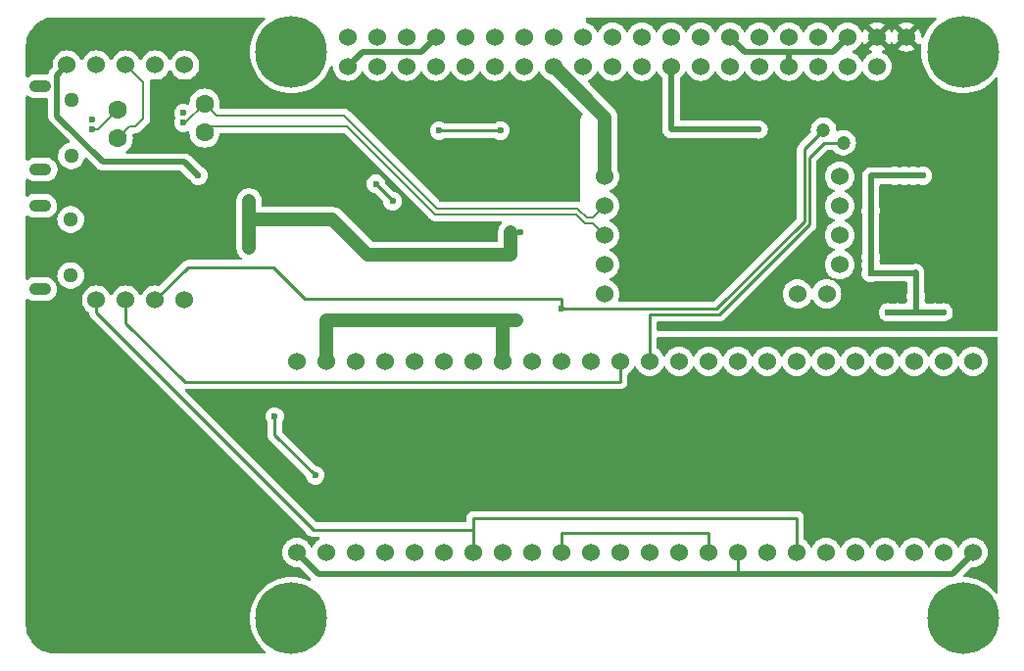
<source format=gbr>
%TF.GenerationSoftware,KiCad,Pcbnew,8.0.3*%
%TF.CreationDate,2024-11-13T23:51:52+02:00*%
%TF.ProjectId,ProvisioningJig_v3,50726f76-6973-4696-9f6e-696e674a6967,rev?*%
%TF.SameCoordinates,Original*%
%TF.FileFunction,Copper,L2,Bot*%
%TF.FilePolarity,Positive*%
%FSLAX46Y46*%
G04 Gerber Fmt 4.6, Leading zero omitted, Abs format (unit mm)*
G04 Created by KiCad (PCBNEW 8.0.3) date 2024-11-13 23:51:52*
%MOMM*%
%LPD*%
G01*
G04 APERTURE LIST*
%TA.AperFunction,ComponentPad*%
%ADD10O,1.900000X1.070000*%
%TD*%
%TA.AperFunction,ComponentPad*%
%ADD11O,1.300000X1.300000*%
%TD*%
%TA.AperFunction,ComponentPad*%
%ADD12C,1.524000*%
%TD*%
%TA.AperFunction,ComponentPad*%
%ADD13C,1.200000*%
%TD*%
%TA.AperFunction,ComponentPad*%
%ADD14C,1.600000*%
%TD*%
%TA.AperFunction,ComponentPad*%
%ADD15C,6.200000*%
%TD*%
%TA.AperFunction,ViaPad*%
%ADD16C,0.600000*%
%TD*%
%TA.AperFunction,Conductor*%
%ADD17C,0.500000*%
%TD*%
%TA.AperFunction,Conductor*%
%ADD18C,1.200000*%
%TD*%
%TA.AperFunction,Conductor*%
%ADD19C,0.250000*%
%TD*%
%TA.AperFunction,Conductor*%
%ADD20C,0.200000*%
%TD*%
G04 APERTURE END LIST*
D10*
%TO.P,J1,6,Shield*%
%TO.N,unconnected-(J1-Shield-Pad6)_1*%
X106727000Y-84399000D03*
D11*
%TO.N,unconnected-(J1-Shield-Pad6)_2*%
X109377000Y-85574000D03*
%TO.N,unconnected-(J1-Shield-Pad6)_0*%
X109377000Y-90424000D03*
D10*
%TO.N,unconnected-(J1-Shield-Pad6)*%
X106727000Y-91599000D03*
%TD*%
%TO.P,J5,6,Shield*%
%TO.N,unconnected-(J5-Shield-Pad6)_0*%
X106777000Y-74066400D03*
D11*
%TO.N,unconnected-(J5-Shield-Pad6)_4*%
X109427000Y-75241400D03*
%TO.N,unconnected-(J5-Shield-Pad6)_1*%
X109427000Y-80091400D03*
D10*
%TO.N,unconnected-(J5-Shield-Pad6)_3*%
X106777000Y-81266400D03*
%TD*%
D12*
%TO.P,U3,1,VBAT*%
%TO.N,/Target_PWR*%
X128923500Y-114355000D03*
%TO.P,U3,2,PC13*%
%TO.N,GND*%
X131463500Y-114355000D03*
%TO.P,U3,3,PC14*%
%TO.N,unconnected-(U3-PC14-Pad3)*%
X134003500Y-114355000D03*
%TO.P,U3,4,PC15*%
%TO.N,unconnected-(U3-PC15-Pad4)*%
X136543500Y-114355000D03*
%TO.P,U3,5,PF0*%
%TO.N,unconnected-(U3-PF0-Pad5)*%
X139083500Y-114355000D03*
%TO.P,U3,6,PF1*%
%TO.N,unconnected-(U3-PF1-Pad6)*%
X141623500Y-114355000D03*
%TO.P,U3,7,NRST*%
%TO.N,/NRST*%
X144163500Y-114355000D03*
%TO.P,U3,8,GND*%
%TO.N,GND*%
X146703500Y-114355000D03*
%TO.P,U3,9,V+*%
%TO.N,/Target_PWR*%
X149243500Y-114355000D03*
%TO.P,U3,10,PA0*%
%TO.N,/D_SWIO*%
X151783500Y-114355000D03*
%TO.P,U3,11,PA1*%
%TO.N,unconnected-(U3-PA1-Pad11)*%
X154323500Y-114355000D03*
%TO.P,U3,12,PA2*%
%TO.N,/D_SWCLK*%
X156863500Y-114355000D03*
%TO.P,U3,13,PA3*%
X159403500Y-114355000D03*
%TO.P,U3,14,PA4*%
%TO.N,unconnected-(U3-PA4-Pad14)*%
X161943500Y-114355000D03*
%TO.P,U3,15,PA5*%
%TO.N,/D_SWIO*%
X164483500Y-114355000D03*
%TO.P,U3,16,PA6*%
%TO.N,/Target_PWR*%
X167023500Y-114355000D03*
%TO.P,U3,17,PA7*%
%TO.N,GND*%
X169563500Y-114355000D03*
%TO.P,U3,18,PB0*%
%TO.N,/NRST*%
X172103500Y-114355000D03*
%TO.P,U3,19,PB1*%
%TO.N,unconnected-(U3-PB1-Pad19)*%
X174643500Y-114355000D03*
%TO.P,U3,20,PB2*%
%TO.N,unconnected-(U3-PB2-Pad20)*%
X177183500Y-114355000D03*
%TO.P,U3,21,PB10*%
%TO.N,unconnected-(U3-PB10-Pad21)*%
X179723500Y-114355000D03*
%TO.P,U3,22,PB11*%
%TO.N,unconnected-(U3-PB11-Pad22)*%
X182263500Y-114355000D03*
%TO.P,U3,23,GND*%
%TO.N,GND*%
X184803500Y-114355000D03*
%TO.P,U3,24,V+*%
%TO.N,/Target_PWR*%
X187343500Y-114355000D03*
%TO.P,U3,25,PB12*%
X187343500Y-97845000D03*
%TO.P,U3,26,PB13*%
%TO.N,GND*%
X184803500Y-97845000D03*
%TO.P,U3,27,PB14*%
%TO.N,unconnected-(U3-PB14-Pad27)*%
X182263500Y-97845000D03*
%TO.P,U3,28,PB15*%
%TO.N,unconnected-(U3-PB15-Pad28)*%
X179723500Y-97845000D03*
%TO.P,U3,29,PA8*%
%TO.N,unconnected-(U3-PA8-Pad29)*%
X177183500Y-97845000D03*
%TO.P,U3,30,PA9*%
%TO.N,unconnected-(U3-PA9-Pad30)*%
X174643500Y-97845000D03*
%TO.P,U3,31,PA10*%
%TO.N,/NRST*%
X172103500Y-97845000D03*
%TO.P,U3,32,PA11*%
%TO.N,GND*%
X169563500Y-97845000D03*
%TO.P,U3,33,PA12*%
%TO.N,/Target_PWR*%
X167023500Y-97845000D03*
%TO.P,U3,34,PA13*%
%TO.N,/D_SWIO*%
X164483500Y-97845000D03*
%TO.P,U3,35,PF6*%
%TO.N,unconnected-(U3-PF6-Pad35)*%
X161943500Y-97845000D03*
%TO.P,U3,36,PF7*%
%TO.N,/D_SWCLK*%
X159403500Y-97845000D03*
%TO.P,U3,37,PA14*%
X156863500Y-97845000D03*
%TO.P,U3,38,PA15*%
%TO.N,unconnected-(U3-PA15-Pad38)*%
X154323500Y-97845000D03*
%TO.P,U3,39,PB3*%
%TO.N,/D_SWIO*%
X151783500Y-97845000D03*
%TO.P,U3,40,PB4*%
%TO.N,/Target_PWR*%
X149243500Y-97845000D03*
%TO.P,U3,41,PB5*%
%TO.N,GND*%
X146703500Y-97845000D03*
%TO.P,U3,42,PB6*%
%TO.N,/NRST*%
X144163500Y-97845000D03*
%TO.P,U3,43,PB7*%
%TO.N,unconnected-(U3-PB7-Pad43)*%
X141623500Y-97845000D03*
%TO.P,U3,44,BOOT*%
%TO.N,unconnected-(U3-BOOT-Pad44)*%
X139083500Y-97845000D03*
%TO.P,U3,45,PB8*%
%TO.N,unconnected-(U3-PB8-Pad45)*%
X136543500Y-97845000D03*
%TO.P,U3,46,PB9*%
%TO.N,unconnected-(U3-PB9-Pad46)*%
X134003500Y-97845000D03*
%TO.P,U3,47,GND*%
%TO.N,GND*%
X131463500Y-97845000D03*
%TO.P,U3,48,V+*%
%TO.N,/Target_PWR*%
X128923500Y-97845000D03*
%TD*%
%TO.P,U1,1,5V_USB*%
%TO.N,/Debugger_PWR*%
X155500000Y-92020000D03*
%TO.P,U1,2,V_Target*%
%TO.N,unconnected-(U1-V_Target-Pad2)*%
X155500000Y-89480000D03*
%TO.P,U1,3,USB_DM*%
%TO.N,/USB2-*%
X155500000Y-86940000D03*
%TO.P,U1,4,USB_DP*%
%TO.N,/USB2+*%
X155500000Y-84400000D03*
%TO.P,U1,5,GND*%
%TO.N,GND*%
X155500000Y-81860000D03*
%TO.P,U1,6,T_NRST*%
%TO.N,unconnected-(U1-T_NRST-Pad6)*%
X175820000Y-89480000D03*
%TO.P,U1,7,T_SWCLK*%
%TO.N,unconnected-(U1-T_SWCLK-Pad7)*%
X175820000Y-86940000D03*
%TO.P,U1,8,T_SWDIO*%
%TO.N,unconnected-(U1-T_SWDIO-Pad8)*%
X175820000Y-84400000D03*
%TO.P,U1,9,T_SWO*%
%TO.N,unconnected-(U1-T_SWO-Pad9)*%
X175820000Y-81860000D03*
D13*
%TO.P,U1,10,TP1*%
%TO.N,/D_SWIO*%
X174425000Y-77835000D03*
%TO.P,U1,11,TP2*%
%TO.N,/D_SWCLK*%
X176125000Y-78935000D03*
D12*
%TO.P,U1,12,Rx*%
%TO.N,/STLink_Rx*%
X172170000Y-92015000D03*
%TO.P,U1,13,Tx*%
%TO.N,/STLink_Tx*%
X174695000Y-92005000D03*
%TD*%
%TO.P,U2,1,5V_USB*%
%TO.N,/STLink_PWR*%
X109067600Y-72235000D03*
%TO.P,U2,2,V_Target*%
%TO.N,unconnected-(U2-V_Target-Pad2)*%
X111607600Y-72235000D03*
%TO.P,U2,3,USB_DM*%
%TO.N,/USB1-*%
X114147600Y-72235000D03*
%TO.P,U2,4,USB_DP*%
%TO.N,/USB1+*%
X116687600Y-72235000D03*
%TO.P,U2,5,GND*%
%TO.N,GND*%
X119227600Y-72235000D03*
%TO.P,U2,6,T_NRST*%
%TO.N,/NRST*%
X111607600Y-92555000D03*
%TO.P,U2,7,T_SWCLK*%
%TO.N,/D_SWCLK*%
X114147600Y-92555000D03*
%TO.P,U2,8,T_SWDIO*%
%TO.N,/D_SWIO*%
X116687600Y-92555000D03*
%TO.P,U2,9,T_SWO*%
%TO.N,unconnected-(U2-T_SWO-Pad9)*%
X119227600Y-92555000D03*
%TD*%
D14*
%TO.P,J7,1,1*%
%TO.N,/USB2-*%
X120950000Y-78065000D03*
%TD*%
%TO.P,J6,1,1*%
%TO.N,/USB2+*%
X120950000Y-75565000D03*
%TD*%
%TO.P,J4,1,1*%
%TO.N,/USB1-*%
X113450000Y-78565000D03*
%TD*%
%TO.P,J3,1,1*%
%TO.N,/USB1+*%
X113450000Y-76065000D03*
%TD*%
D12*
%TO.P,J2,2,5V*%
%TO.N,+5V*%
X181585000Y-69800000D03*
%TO.P,J2,3,SDA/GPIO2*%
%TO.N,/Raspberry Pi IOs/D_Yellow*%
X179045000Y-72340000D03*
%TO.P,J2,4,5V*%
%TO.N,+5V*%
X179045000Y-69800000D03*
%TO.P,J2,5,SCL/GPIO3*%
%TO.N,/Raspberry Pi IOs/T_Yellow*%
X176505000Y-72340000D03*
%TO.P,J2,6,GND*%
%TO.N,GND*%
X176505000Y-69800000D03*
%TO.P,J2,7,GCLK0/GPIO4*%
%TO.N,/Raspberry Pi IOs/Green*%
X173965000Y-72340000D03*
%TO.P,J2,8,GPIO14/TXD*%
%TO.N,/STLink_Rx*%
X173965000Y-69800000D03*
%TO.P,J2,9,GND*%
%TO.N,GND*%
X171425000Y-72340000D03*
%TO.P,J2,10,GPIO15/RXD*%
%TO.N,/STLink_Tx*%
X171425000Y-69800000D03*
%TO.P,J2,11,GPIO17*%
%TO.N,Net-(J2-GPIO17)*%
X168885000Y-72340000D03*
%TO.P,J2,12,GPIO18/PWM0*%
%TO.N,/NeoPixels*%
X168885000Y-69800000D03*
%TO.P,J2,13,GPIO27*%
%TO.N,/RPI_Debug_EN*%
X166345000Y-72340000D03*
%TO.P,J2,14,GND*%
%TO.N,GND*%
X166345000Y-69800000D03*
%TO.P,J2,15,GPIO22*%
%TO.N,unconnected-(J2-GPIO22-Pad15)*%
X163805000Y-72340000D03*
%TO.P,J2,16,GPIO23*%
%TO.N,unconnected-(J2-GPIO23-Pad16)*%
X163805000Y-69800000D03*
%TO.P,J2,17,3V3*%
%TO.N,+3V3*%
X161265000Y-72340000D03*
%TO.P,J2,18,GPIO24*%
%TO.N,unconnected-(J2-GPIO24-Pad18)*%
X161265000Y-69800000D03*
%TO.P,J2,19,MOSI0/GPIO10*%
%TO.N,unconnected-(J2-MOSI0{slash}GPIO10-Pad19)*%
X158725000Y-72340000D03*
%TO.P,J2,20,GND*%
%TO.N,GND*%
X158725000Y-69800000D03*
%TO.P,J2,21,MISO0/GPIO9*%
%TO.N,unconnected-(J2-MISO0{slash}GPIO9-Pad21)*%
X156185000Y-72340000D03*
%TO.P,J2,22,GPIO25*%
%TO.N,unconnected-(J2-GPIO25-Pad22)*%
X156185000Y-69800000D03*
%TO.P,J2,23,SCLK0/GPIO11*%
%TO.N,unconnected-(J2-SCLK0{slash}GPIO11-Pad23)*%
X153645000Y-72340000D03*
%TO.P,J2,24,~{CE0}/GPIO8*%
%TO.N,unconnected-(J2-~{CE0}{slash}GPIO8-Pad24)*%
X153645000Y-69800000D03*
%TO.P,J2,25,GND*%
%TO.N,GND*%
X151105000Y-72340000D03*
%TO.P,J2,26,~{CE1}/GPIO7*%
%TO.N,unconnected-(J2-~{CE1}{slash}GPIO7-Pad26)*%
X151105000Y-69800000D03*
%TO.P,J2,27,ID_SD/GPIO0*%
%TO.N,unconnected-(J2-ID_SD{slash}GPIO0-Pad27)*%
X148565000Y-72340000D03*
%TO.P,J2,28,ID_SC/GPIO1*%
%TO.N,unconnected-(J2-ID_SC{slash}GPIO1-Pad28)*%
X148565000Y-69800000D03*
%TO.P,J2,29,GCLK1/GPIO5*%
%TO.N,/Debug_Detected*%
X146025000Y-72340000D03*
%TO.P,J2,30,GND*%
%TO.N,GND*%
X146025000Y-69800000D03*
%TO.P,J2,31,GCLK2/GPIO6*%
%TO.N,unconnected-(J2-GCLK2{slash}GPIO6-Pad31)*%
X143485000Y-72340000D03*
%TO.P,J2,32,PWM0/GPIO12*%
%TO.N,unconnected-(J2-PWM0{slash}GPIO12-Pad32)*%
X143485000Y-69800000D03*
%TO.P,J2,33,PWM1/GPIO13*%
%TO.N,/Target_Detected*%
X140945000Y-72340000D03*
%TO.P,J2,34,GND*%
%TO.N,GND*%
X140945000Y-69800000D03*
%TO.P,J2,35,GPIO19/MISO1*%
%TO.N,unconnected-(J2-GPIO19{slash}MISO1-Pad35)*%
X138405000Y-72340000D03*
%TO.P,J2,36,GPIO16*%
%TO.N,/RPI_Target_EN*%
X138405000Y-69800000D03*
%TO.P,J2,37,GPIO26*%
%TO.N,/RPI_STLINK_EN*%
X135865000Y-72340000D03*
%TO.P,J2,38,GPIO20/MOSI1*%
%TO.N,unconnected-(J2-GPIO20{slash}MOSI1-Pad38)*%
X135865000Y-69800000D03*
%TO.P,J2,39,GND*%
%TO.N,GND*%
X133322046Y-72335910D03*
%TO.P,J2,40,GPIO21/SCLK1*%
%TO.N,unconnected-(J2-GPIO21{slash}SCLK1-Pad40)*%
X133325000Y-69800000D03*
D15*
%TO.P,J2,S1*%
%TO.N,N/C*%
X186455000Y-71070000D03*
%TO.P,J2,S2*%
X128455000Y-71070000D03*
%TO.P,J2,S3*%
X128455000Y-120070000D03*
%TO.P,J2,S4*%
X186455000Y-120070000D03*
%TD*%
D16*
%TO.N,GND*%
X180000000Y-93600000D03*
X178500000Y-90200000D03*
X182200000Y-81800000D03*
X178500000Y-84800000D03*
X182400000Y-93600000D03*
X184000000Y-93600000D03*
X142700000Y-94300000D03*
X152800000Y-74000000D03*
X180600000Y-81800000D03*
X154000000Y-75200000D03*
X180800000Y-93600000D03*
X183200000Y-93600000D03*
X147000000Y-94300000D03*
X135300000Y-94300000D03*
X140900000Y-94300000D03*
X178500000Y-88800000D03*
X153400000Y-74600000D03*
X183000000Y-81800000D03*
X184800000Y-93600000D03*
X182400000Y-92200000D03*
X181600000Y-93600000D03*
X182400000Y-92900000D03*
X136300000Y-94300000D03*
X137200000Y-94300000D03*
X181400000Y-81800000D03*
X141800000Y-94300000D03*
X178500000Y-89500000D03*
X147900000Y-94300000D03*
X145000000Y-94300000D03*
X146000000Y-94300000D03*
%TO.N,+5V*%
X127900000Y-85600000D03*
X160400000Y-86800000D03*
X147300000Y-87500000D03*
X162000000Y-86800000D03*
X181100000Y-72200000D03*
X124800000Y-85600000D03*
X148200000Y-86700000D03*
X182200000Y-71300000D03*
X161200000Y-88200000D03*
X128800000Y-85600000D03*
X124800000Y-84000000D03*
X161200000Y-86800000D03*
X182200000Y-74800000D03*
X147300000Y-86700000D03*
X161200000Y-87500000D03*
X160400000Y-88200000D03*
X181100000Y-74000000D03*
X124800000Y-86400000D03*
X124800000Y-88000000D03*
X181100000Y-71300000D03*
X162000000Y-87500000D03*
X124800000Y-84800000D03*
X181100000Y-73100000D03*
X182200000Y-73100000D03*
X126900000Y-85600000D03*
X160400000Y-87500000D03*
X129700000Y-85600000D03*
X182200000Y-74000000D03*
X130600000Y-85600000D03*
X131600000Y-85600000D03*
X126000000Y-85600000D03*
X181100000Y-74800000D03*
X162000000Y-88200000D03*
X182200000Y-72200000D03*
X124800000Y-87200000D03*
%TO.N,+3V3*%
X126100000Y-111200000D03*
X137300000Y-101100000D03*
X136200000Y-86600000D03*
X152900000Y-77300000D03*
X136300000Y-101100000D03*
X119500000Y-111100000D03*
X120500000Y-110100000D03*
X126800000Y-110500000D03*
X120000000Y-110600000D03*
X152900000Y-79400000D03*
X152900000Y-81500000D03*
X152900000Y-82900000D03*
X138400000Y-84400000D03*
X152900000Y-82200000D03*
X139200000Y-101100000D03*
X168800000Y-77800000D03*
X124200000Y-113100000D03*
X124800000Y-112500000D03*
X152900000Y-80800000D03*
X136900000Y-86600000D03*
X138800000Y-84900000D03*
X137600000Y-86600000D03*
X139200000Y-85400000D03*
X138300000Y-101100000D03*
X152900000Y-78000000D03*
X135400000Y-101100000D03*
X127400000Y-106100000D03*
X125500000Y-111800000D03*
X152900000Y-78700000D03*
X152900000Y-80100000D03*
X127400000Y-106900000D03*
X127400000Y-107700000D03*
%TO.N,/D_SWIO*%
X151800000Y-93300000D03*
%TO.N,/USB2-*%
X119126000Y-76384600D03*
%TO.N,/USB2+*%
X119126000Y-77234600D03*
%TO.N,/RPI_Target_EN*%
X130500000Y-107700000D03*
X137200000Y-84000000D03*
X135742310Y-82492310D03*
X127000000Y-102600000D03*
%TO.N,/USB1-*%
X111201200Y-76916400D03*
%TO.N,/USB1+*%
X111201200Y-77766400D03*
%TO.N,/Debug_Button*%
X146500000Y-77900000D03*
X141218504Y-77900000D03*
%TO.N,/STLink_PWR*%
X120400000Y-81792600D03*
%TD*%
D17*
%TO.N,GND*%
X134590312Y-71067644D02*
X139677356Y-71067644D01*
X180600000Y-81800000D02*
X178500000Y-81800000D01*
X184800000Y-93600000D02*
X184600000Y-93600000D01*
X171425000Y-71057109D02*
X175247891Y-71057109D01*
D18*
X141800000Y-94300000D02*
X140900000Y-94300000D01*
D17*
X181600000Y-93600000D02*
X180800000Y-93600000D01*
X182400000Y-90188094D02*
X182384653Y-90172747D01*
D18*
X131500000Y-94300000D02*
X131463500Y-94336500D01*
D17*
X178500000Y-88800000D02*
X178500000Y-89500000D01*
X178500000Y-84800000D02*
X178500000Y-88800000D01*
D18*
X146000000Y-94300000D02*
X145000000Y-94300000D01*
X152800000Y-74035000D02*
X152800000Y-74000000D01*
D17*
X180000000Y-93600000D02*
X180100000Y-93600000D01*
D18*
X153965000Y-75200000D02*
X153400000Y-74635000D01*
X146700000Y-94300000D02*
X147000000Y-94300000D01*
X153400000Y-74635000D02*
X153400000Y-74600000D01*
X153400000Y-74600000D02*
X153365000Y-74600000D01*
X146703500Y-94303500D02*
X146700000Y-94300000D01*
D17*
X180800000Y-93600000D02*
X180000000Y-93600000D01*
X178500000Y-89500000D02*
X178500000Y-90200000D01*
X180100000Y-93600000D02*
X183200000Y-93600000D01*
D18*
X140900000Y-94300000D02*
X137200000Y-94300000D01*
X154000000Y-75200000D02*
X153965000Y-75200000D01*
D17*
X166345000Y-69800000D02*
X167645000Y-71100000D01*
X182200000Y-81800000D02*
X181400000Y-81800000D01*
D18*
X152800000Y-74000000D02*
X152765000Y-74000000D01*
D17*
X184000000Y-93600000D02*
X184700000Y-93600000D01*
D18*
X154000000Y-75235000D02*
X154000000Y-75200000D01*
D17*
X171425000Y-71100000D02*
X171425000Y-72340000D01*
X182384653Y-90172747D02*
X182357400Y-90200000D01*
D18*
X135300000Y-94300000D02*
X131500000Y-94300000D01*
D17*
X182357400Y-90200000D02*
X178500000Y-90200000D01*
X182400000Y-93600000D02*
X182400000Y-92900000D01*
D18*
X146700000Y-94300000D02*
X146000000Y-94300000D01*
D17*
X182400000Y-92200000D02*
X182400000Y-90188094D01*
X182400000Y-93600000D02*
X181600000Y-93600000D01*
X175247891Y-71057109D02*
X176505000Y-69800000D01*
D18*
X155512500Y-76747500D02*
X154000000Y-75235000D01*
D17*
X184700000Y-93600000D02*
X184800000Y-93600000D01*
X171425000Y-72340000D02*
X171425000Y-71057109D01*
X178500000Y-81800000D02*
X178500000Y-84800000D01*
X139677356Y-71067644D02*
X140945000Y-69800000D01*
D18*
X155512500Y-76747500D02*
X155500000Y-76760000D01*
X152765000Y-74000000D02*
X151105000Y-72340000D01*
X137200000Y-94300000D02*
X136300000Y-94300000D01*
D17*
X181400000Y-81800000D02*
X180600000Y-81800000D01*
X167645000Y-71100000D02*
X171425000Y-71100000D01*
D18*
X131463500Y-94336500D02*
X131463500Y-97845000D01*
X145000000Y-94300000D02*
X142700000Y-94300000D01*
X146703500Y-97845000D02*
X146703500Y-94303500D01*
D17*
X183000000Y-81800000D02*
X182200000Y-81800000D01*
D18*
X153365000Y-74600000D02*
X152800000Y-74035000D01*
D17*
X133322046Y-72335910D02*
X134590312Y-71067644D01*
D18*
X147000000Y-94300000D02*
X147900000Y-94300000D01*
D17*
X183200000Y-93600000D02*
X184000000Y-93600000D01*
D18*
X142700000Y-94300000D02*
X141800000Y-94300000D01*
D17*
X182400000Y-92900000D02*
X182400000Y-92200000D01*
D18*
X155500000Y-76760000D02*
X155500000Y-81860000D01*
X136300000Y-94300000D02*
X135300000Y-94300000D01*
%TO.N,+5V*%
X135000000Y-88600000D02*
X147400000Y-88600000D01*
X130600000Y-85600000D02*
X129700000Y-85600000D01*
X132000000Y-85600000D02*
X130600000Y-85600000D01*
X132000000Y-85600000D02*
X135000000Y-88600000D01*
X147400000Y-88600000D02*
X147400000Y-86700000D01*
X124800000Y-85600000D02*
X124800000Y-84000000D01*
X129700000Y-85600000D02*
X124800000Y-85600000D01*
X124800000Y-85600000D02*
X124800000Y-88000000D01*
D17*
%TO.N,+3V3*%
X168800000Y-77800000D02*
X161265000Y-77800000D01*
X161265000Y-77800000D02*
X161265000Y-72340000D01*
D19*
%TO.N,/NRST*%
X111607600Y-93632630D02*
X130374970Y-112400000D01*
X144200000Y-111400000D02*
X172103500Y-111400000D01*
X130374970Y-112400000D02*
X144163500Y-112400000D01*
X172103500Y-111400000D02*
X172103500Y-114355000D01*
X144163500Y-111436500D02*
X144200000Y-111400000D01*
X144163500Y-112400000D02*
X144163500Y-111436500D01*
X144163500Y-112400000D02*
X144163500Y-114355000D01*
X111607600Y-92555000D02*
X111607600Y-93632630D01*
%TO.N,/D_SWCLK*%
X174465000Y-78935000D02*
X176125000Y-78935000D01*
X119236396Y-99600000D02*
X156863500Y-99600000D01*
X173200000Y-80200000D02*
X174465000Y-78935000D01*
X159403500Y-93750000D02*
X165450000Y-93750000D01*
X114147600Y-92555000D02*
X114147600Y-94511204D01*
X173200000Y-86000000D02*
X173200000Y-80200000D01*
X156863500Y-99600000D02*
X156863500Y-97845000D01*
X159403500Y-97845000D02*
X159403500Y-93750000D01*
X114147600Y-94511204D02*
X119236396Y-99600000D01*
X165450000Y-93750000D02*
X173200000Y-86000000D01*
%TO.N,/D_SWIO*%
X151800000Y-92400000D02*
X151800000Y-93300000D01*
X129600000Y-92400000D02*
X151800000Y-92400000D01*
X172750000Y-79510000D02*
X174425000Y-77835000D01*
X119542600Y-89700000D02*
X126900000Y-89700000D01*
X164483500Y-114355000D02*
X164483500Y-112700000D01*
X151783500Y-112700000D02*
X151783500Y-114355000D01*
X164483500Y-112700000D02*
X151783500Y-112700000D01*
X151800000Y-93300000D02*
X165200000Y-93300000D01*
X165200000Y-93300000D02*
X172750000Y-85750000D01*
X126900000Y-89700000D02*
X129600000Y-92400000D01*
X172750000Y-85750000D02*
X172750000Y-79510000D01*
X116687600Y-92555000D02*
X119542600Y-89700000D01*
D20*
%TO.N,/USB2-*%
X140876801Y-85111801D02*
X133265000Y-77500000D01*
X153011801Y-85111801D02*
X153795000Y-85895000D01*
X121515000Y-77500000D02*
X120950000Y-78065000D01*
X155500000Y-86940000D02*
X154455000Y-85895000D01*
X153795000Y-85895000D02*
X154455000Y-85895000D01*
X153011801Y-85111801D02*
X140876801Y-85111801D01*
X133265000Y-77500000D02*
X121515000Y-77500000D01*
%TO.N,/USB2+*%
X121974999Y-76589999D02*
X120950000Y-75565000D01*
X132991399Y-76589999D02*
X121974999Y-76589999D01*
X119126000Y-77234600D02*
X119280400Y-77234600D01*
X153166897Y-84661799D02*
X153950098Y-85445000D01*
X141063199Y-84661799D02*
X132991399Y-76589999D01*
X153166897Y-84661799D02*
X141063199Y-84661799D01*
X153950098Y-85445000D02*
X154455000Y-85445000D01*
X155500000Y-84400000D02*
X154455000Y-85445000D01*
X119280400Y-77234600D02*
X120950000Y-75565000D01*
D19*
%TO.N,/RPI_Target_EN*%
X127000000Y-104200000D02*
X130500000Y-107700000D01*
X137200000Y-84000000D02*
X137200000Y-83950000D01*
X137200000Y-83950000D02*
X135742310Y-82492310D01*
X127000000Y-102600000D02*
X127000000Y-104200000D01*
D20*
%TO.N,/USB1-*%
X115642600Y-73730000D02*
X114147600Y-72235000D01*
X114475000Y-77540000D02*
X114955153Y-77540000D01*
X114955153Y-77540000D02*
X115642600Y-76852553D01*
X113450000Y-78565000D02*
X114475000Y-77540000D01*
X115642600Y-76852553D02*
X115642600Y-73730000D01*
%TO.N,/USB1+*%
X111748600Y-77766400D02*
X113450000Y-76065000D01*
X111201200Y-77766400D02*
X111748600Y-77766400D01*
D19*
%TO.N,/Debug_Button*%
X141218504Y-77900000D02*
X146500000Y-77900000D01*
D17*
%TO.N,/STLink_PWR*%
X108204000Y-73098600D02*
X109067600Y-72235000D01*
X108204000Y-76657200D02*
X108204000Y-73098600D01*
X112166400Y-80619600D02*
X108204000Y-76657200D01*
X120400000Y-81792600D02*
X119227000Y-80619600D01*
X119227000Y-80619600D02*
X112166400Y-80619600D01*
%TO.N,/Target_PWR*%
X187343500Y-114405750D02*
X187343500Y-114355000D01*
X166800000Y-116200000D02*
X167500000Y-116200000D01*
D19*
X167000000Y-116200000D02*
X167100000Y-116100000D01*
D17*
X167500000Y-116200000D02*
X185549250Y-116200000D01*
D19*
X167100000Y-116100000D02*
X167023500Y-116023500D01*
D17*
X185549250Y-116200000D02*
X187343500Y-114405750D01*
D19*
X167023500Y-116023500D02*
X167023500Y-114355000D01*
D17*
X130768500Y-116200000D02*
X167500000Y-116200000D01*
X128923500Y-114355000D02*
X130768500Y-116200000D01*
D19*
X166800000Y-116200000D02*
X167000000Y-116200000D01*
%TD*%
%TA.AperFunction,Conductor*%
%TO.N,+5V*%
G36*
X182636740Y-70498187D02*
G01*
X182669125Y-70451938D01*
X182723702Y-70408313D01*
X182793200Y-70401119D01*
X182855555Y-70432642D01*
X182890969Y-70492871D01*
X182893173Y-70542458D01*
X182869310Y-70693125D01*
X182849559Y-71069999D01*
X182849559Y-71070000D01*
X182869310Y-71446872D01*
X182928346Y-71819607D01*
X182928347Y-71819614D01*
X183026023Y-72184147D01*
X183161267Y-72536468D01*
X183332599Y-72872725D01*
X183538135Y-73189223D01*
X183625810Y-73297492D01*
X183775635Y-73482511D01*
X184042489Y-73749365D01*
X184205841Y-73881644D01*
X184335776Y-73986864D01*
X184652274Y-74192400D01*
X184652279Y-74192403D01*
X184988535Y-74363734D01*
X185340857Y-74498978D01*
X185705387Y-74596653D01*
X186078129Y-74655690D01*
X186434155Y-74674348D01*
X186454999Y-74675441D01*
X186455000Y-74675441D01*
X186455001Y-74675441D01*
X186474752Y-74674405D01*
X186831871Y-74655690D01*
X187204613Y-74596653D01*
X187569143Y-74498978D01*
X187921465Y-74363734D01*
X188257721Y-74192403D01*
X188574225Y-73986863D01*
X188867511Y-73749365D01*
X189134365Y-73482511D01*
X189279134Y-73303736D01*
X189336621Y-73264025D01*
X189406452Y-73261697D01*
X189466456Y-73297492D01*
X189497582Y-73360046D01*
X189499500Y-73381772D01*
X189499500Y-95076000D01*
X189479815Y-95143039D01*
X189427011Y-95188794D01*
X189375500Y-95200000D01*
X160153000Y-95200000D01*
X160085961Y-95180315D01*
X160040206Y-95127511D01*
X160029000Y-95076000D01*
X160029000Y-94499500D01*
X160048685Y-94432461D01*
X160101489Y-94386706D01*
X160153000Y-94375500D01*
X165511607Y-94375500D01*
X165572029Y-94363481D01*
X165632452Y-94351463D01*
X165632455Y-94351461D01*
X165632458Y-94351461D01*
X165665787Y-94337654D01*
X165665786Y-94337654D01*
X165665792Y-94337652D01*
X165746286Y-94304312D01*
X165804993Y-94265084D01*
X165848733Y-94235858D01*
X165935858Y-94148733D01*
X165935859Y-94148731D01*
X165942925Y-94141665D01*
X165942928Y-94141661D01*
X168069592Y-92014997D01*
X170902677Y-92014997D01*
X170902677Y-92015002D01*
X170921929Y-92235062D01*
X170921930Y-92235070D01*
X170979104Y-92448445D01*
X170979105Y-92448447D01*
X170979106Y-92448450D01*
X171034468Y-92567174D01*
X171072466Y-92648662D01*
X171072468Y-92648666D01*
X171199170Y-92829615D01*
X171199175Y-92829621D01*
X171355378Y-92985824D01*
X171355384Y-92985829D01*
X171536333Y-93112531D01*
X171536335Y-93112532D01*
X171536338Y-93112534D01*
X171736550Y-93205894D01*
X171949932Y-93263070D01*
X172107123Y-93276822D01*
X172169998Y-93282323D01*
X172170000Y-93282323D01*
X172170002Y-93282323D01*
X172225017Y-93277509D01*
X172390068Y-93263070D01*
X172603450Y-93205894D01*
X172803662Y-93112534D01*
X172984620Y-92985826D01*
X173140826Y-92829620D01*
X173267534Y-92648662D01*
X173322449Y-92530893D01*
X173368621Y-92478455D01*
X173435814Y-92459303D01*
X173502695Y-92479518D01*
X173547213Y-92530894D01*
X173597466Y-92638662D01*
X173597468Y-92638666D01*
X173724170Y-92819615D01*
X173724175Y-92819621D01*
X173880378Y-92975824D01*
X173880384Y-92975829D01*
X174061333Y-93102531D01*
X174061335Y-93102532D01*
X174061338Y-93102534D01*
X174261550Y-93195894D01*
X174474932Y-93253070D01*
X174632123Y-93266822D01*
X174694998Y-93272323D01*
X174695000Y-93272323D01*
X174695002Y-93272323D01*
X174750017Y-93267509D01*
X174915068Y-93253070D01*
X175128450Y-93195894D01*
X175328662Y-93102534D01*
X175509620Y-92975826D01*
X175665826Y-92819620D01*
X175792534Y-92638662D01*
X175885894Y-92438450D01*
X175943070Y-92225068D01*
X175961448Y-92015000D01*
X175962323Y-92005002D01*
X175962323Y-92004997D01*
X175953139Y-91900028D01*
X175943070Y-91784932D01*
X175885894Y-91571550D01*
X175792534Y-91371339D01*
X175665826Y-91190380D01*
X175509620Y-91034174D01*
X175509616Y-91034171D01*
X175509615Y-91034170D01*
X175324228Y-90904361D01*
X175325029Y-90903216D01*
X175281381Y-90857427D01*
X175268167Y-90788819D01*
X175294144Y-90723957D01*
X175351063Y-90683436D01*
X175420854Y-90680121D01*
X175423630Y-90680829D01*
X175599932Y-90728070D01*
X175757123Y-90741822D01*
X175819998Y-90747323D01*
X175820000Y-90747323D01*
X175820002Y-90747323D01*
X175875017Y-90742509D01*
X176040068Y-90728070D01*
X176253450Y-90670894D01*
X176453662Y-90577534D01*
X176634620Y-90450826D01*
X176790826Y-90294620D01*
X176917534Y-90113662D01*
X177010894Y-89913450D01*
X177068070Y-89700068D01*
X177069891Y-89679254D01*
X177087323Y-89480002D01*
X177087323Y-89479997D01*
X177068070Y-89259937D01*
X177068070Y-89259932D01*
X177010894Y-89046550D01*
X176917534Y-88846339D01*
X176790826Y-88665380D01*
X176634620Y-88509174D01*
X176634616Y-88509171D01*
X176634615Y-88509170D01*
X176453666Y-88382468D01*
X176453658Y-88382464D01*
X176324811Y-88322382D01*
X176272371Y-88276210D01*
X176253219Y-88209017D01*
X176273435Y-88142135D01*
X176324811Y-88097618D01*
X176330802Y-88094824D01*
X176453662Y-88037534D01*
X176634620Y-87910826D01*
X176790826Y-87754620D01*
X176917534Y-87573662D01*
X177010894Y-87373450D01*
X177068070Y-87160068D01*
X177087323Y-86940000D01*
X177068070Y-86719932D01*
X177010894Y-86506550D01*
X176917534Y-86306339D01*
X176790826Y-86125380D01*
X176634620Y-85969174D01*
X176634616Y-85969171D01*
X176634615Y-85969170D01*
X176453666Y-85842468D01*
X176453658Y-85842464D01*
X176324811Y-85782382D01*
X176272371Y-85736210D01*
X176253219Y-85669017D01*
X176273435Y-85602135D01*
X176324811Y-85557618D01*
X176330802Y-85554824D01*
X176453662Y-85497534D01*
X176634620Y-85370826D01*
X176790826Y-85214620D01*
X176917534Y-85033662D01*
X177010894Y-84833450D01*
X177019858Y-84799996D01*
X177694435Y-84799996D01*
X177694435Y-84800003D01*
X177714630Y-84979249D01*
X177714631Y-84979254D01*
X177742542Y-85059017D01*
X177749500Y-85099972D01*
X177749500Y-88500028D01*
X177742542Y-88540982D01*
X177714631Y-88620747D01*
X177694435Y-88799996D01*
X177694435Y-88800003D01*
X177714630Y-88979249D01*
X177714631Y-88979254D01*
X177742542Y-89059017D01*
X177749500Y-89099972D01*
X177749500Y-89200028D01*
X177742542Y-89240982D01*
X177714631Y-89320747D01*
X177694435Y-89499996D01*
X177694435Y-89500003D01*
X177714630Y-89679249D01*
X177714631Y-89679254D01*
X177742542Y-89759017D01*
X177749500Y-89799972D01*
X177749500Y-89900028D01*
X177742542Y-89940982D01*
X177714631Y-90020747D01*
X177694435Y-90199996D01*
X177694435Y-90200003D01*
X177714630Y-90379249D01*
X177714631Y-90379254D01*
X177774211Y-90549523D01*
X177793763Y-90580639D01*
X177870184Y-90702262D01*
X177997738Y-90829816D01*
X178088080Y-90886582D01*
X178145192Y-90922468D01*
X178150478Y-90925789D01*
X178320745Y-90985368D01*
X178320750Y-90985369D01*
X178499996Y-91005565D01*
X178500000Y-91005565D01*
X178500004Y-91005565D01*
X178679249Y-90985369D01*
X178679252Y-90985368D01*
X178679255Y-90985368D01*
X178759017Y-90957457D01*
X178799972Y-90950500D01*
X181525500Y-90950500D01*
X181592539Y-90970185D01*
X181638294Y-91022989D01*
X181649500Y-91074500D01*
X181649500Y-91900028D01*
X181642542Y-91940982D01*
X181614631Y-92020747D01*
X181594435Y-92199996D01*
X181594435Y-92200003D01*
X181614630Y-92379249D01*
X181614631Y-92379254D01*
X181642542Y-92459017D01*
X181649500Y-92499972D01*
X181649500Y-92600028D01*
X181642542Y-92640982D01*
X181614123Y-92722200D01*
X181573401Y-92778976D01*
X181510965Y-92804466D01*
X181420749Y-92814630D01*
X181420745Y-92814631D01*
X181340983Y-92842542D01*
X181300028Y-92849500D01*
X181099972Y-92849500D01*
X181059017Y-92842542D01*
X180979254Y-92814631D01*
X180979249Y-92814630D01*
X180800004Y-92794435D01*
X180799996Y-92794435D01*
X180620750Y-92814630D01*
X180620745Y-92814631D01*
X180540983Y-92842542D01*
X180500028Y-92849500D01*
X180299972Y-92849500D01*
X180259017Y-92842542D01*
X180179254Y-92814631D01*
X180179249Y-92814630D01*
X180000004Y-92794435D01*
X179999996Y-92794435D01*
X179820750Y-92814630D01*
X179820745Y-92814631D01*
X179650476Y-92874211D01*
X179497737Y-92970184D01*
X179370184Y-93097737D01*
X179274211Y-93250476D01*
X179214631Y-93420745D01*
X179214630Y-93420750D01*
X179194435Y-93599996D01*
X179194435Y-93600003D01*
X179214630Y-93779249D01*
X179214631Y-93779254D01*
X179274211Y-93949523D01*
X179337031Y-94049500D01*
X179370184Y-94102262D01*
X179497738Y-94229816D01*
X179507354Y-94235858D01*
X179616297Y-94304312D01*
X179650478Y-94325789D01*
X179740983Y-94357458D01*
X179820745Y-94385368D01*
X179820750Y-94385369D01*
X179999996Y-94405565D01*
X180000000Y-94405565D01*
X180000004Y-94405565D01*
X180179249Y-94385369D01*
X180179252Y-94385368D01*
X180179255Y-94385368D01*
X180259017Y-94357457D01*
X180299972Y-94350500D01*
X180500028Y-94350500D01*
X180540983Y-94357458D01*
X180620745Y-94385368D01*
X180620750Y-94385369D01*
X180799996Y-94405565D01*
X180800000Y-94405565D01*
X180800004Y-94405565D01*
X180979249Y-94385369D01*
X180979252Y-94385368D01*
X180979255Y-94385368D01*
X181059017Y-94357457D01*
X181099972Y-94350500D01*
X181300028Y-94350500D01*
X181340983Y-94357458D01*
X181420745Y-94385368D01*
X181420750Y-94385369D01*
X181599996Y-94405565D01*
X181600000Y-94405565D01*
X181600004Y-94405565D01*
X181779249Y-94385369D01*
X181779252Y-94385368D01*
X181779255Y-94385368D01*
X181859017Y-94357457D01*
X181899972Y-94350500D01*
X182100028Y-94350500D01*
X182140983Y-94357458D01*
X182220745Y-94385368D01*
X182220750Y-94385369D01*
X182399996Y-94405565D01*
X182400000Y-94405565D01*
X182400004Y-94405565D01*
X182579249Y-94385369D01*
X182579252Y-94385368D01*
X182579255Y-94385368D01*
X182659017Y-94357457D01*
X182699972Y-94350500D01*
X182900028Y-94350500D01*
X182940983Y-94357458D01*
X183020745Y-94385368D01*
X183020750Y-94385369D01*
X183199996Y-94405565D01*
X183200000Y-94405565D01*
X183200004Y-94405565D01*
X183379249Y-94385369D01*
X183379252Y-94385368D01*
X183379255Y-94385368D01*
X183459017Y-94357457D01*
X183499972Y-94350500D01*
X183700028Y-94350500D01*
X183740983Y-94357458D01*
X183820745Y-94385368D01*
X183820750Y-94385369D01*
X183999996Y-94405565D01*
X184000000Y-94405565D01*
X184000004Y-94405565D01*
X184179249Y-94385369D01*
X184179252Y-94385368D01*
X184179255Y-94385368D01*
X184259017Y-94357457D01*
X184299972Y-94350500D01*
X184500028Y-94350500D01*
X184540983Y-94357458D01*
X184620745Y-94385368D01*
X184620750Y-94385369D01*
X184799996Y-94405565D01*
X184800000Y-94405565D01*
X184800004Y-94405565D01*
X184979249Y-94385369D01*
X184979252Y-94385368D01*
X184979255Y-94385368D01*
X185149522Y-94325789D01*
X185302262Y-94229816D01*
X185429816Y-94102262D01*
X185525789Y-93949522D01*
X185585368Y-93779255D01*
X185605565Y-93600000D01*
X185585368Y-93420745D01*
X185525789Y-93250478D01*
X185429816Y-93097738D01*
X185302262Y-92970184D01*
X185149523Y-92874211D01*
X184979254Y-92814631D01*
X184979249Y-92814630D01*
X184800004Y-92794435D01*
X184799996Y-92794435D01*
X184620750Y-92814630D01*
X184620745Y-92814631D01*
X184540983Y-92842542D01*
X184500028Y-92849500D01*
X184299972Y-92849500D01*
X184259017Y-92842542D01*
X184179254Y-92814631D01*
X184179249Y-92814630D01*
X184000004Y-92794435D01*
X183999996Y-92794435D01*
X183820750Y-92814630D01*
X183820745Y-92814631D01*
X183740983Y-92842542D01*
X183700028Y-92849500D01*
X183499972Y-92849500D01*
X183459017Y-92842542D01*
X183379254Y-92814631D01*
X183379250Y-92814630D01*
X183289035Y-92804466D01*
X183224621Y-92777399D01*
X183185877Y-92722200D01*
X183157458Y-92640982D01*
X183150500Y-92600028D01*
X183150500Y-92499972D01*
X183157458Y-92459017D01*
X183164655Y-92438450D01*
X183185368Y-92379255D01*
X183185369Y-92379249D01*
X183205565Y-92200003D01*
X183205565Y-92199996D01*
X183185368Y-92020747D01*
X183185368Y-92020745D01*
X183157458Y-91940982D01*
X183150500Y-91900028D01*
X183150500Y-90114173D01*
X183121659Y-89969186D01*
X183121658Y-89969185D01*
X183121658Y-89969181D01*
X183098574Y-89913450D01*
X183065085Y-89832601D01*
X183001291Y-89737126D01*
X183001289Y-89737121D01*
X182982956Y-89709683D01*
X182982955Y-89709682D01*
X182982954Y-89709681D01*
X182982952Y-89709678D01*
X182863069Y-89589795D01*
X182839307Y-89573918D01*
X182839305Y-89573916D01*
X182773497Y-89529945D01*
X182740148Y-89507663D01*
X182721655Y-89500003D01*
X182603566Y-89451088D01*
X182603558Y-89451086D01*
X182458575Y-89422247D01*
X182458571Y-89422247D01*
X182310736Y-89422247D01*
X182310732Y-89422247D01*
X182185704Y-89447117D01*
X182161513Y-89449500D01*
X179410689Y-89449500D01*
X179343650Y-89429815D01*
X179297895Y-89377011D01*
X179287469Y-89339385D01*
X179285368Y-89320747D01*
X179285368Y-89320745D01*
X179257458Y-89240982D01*
X179250500Y-89200028D01*
X179250500Y-89099972D01*
X179257458Y-89059017D01*
X179285368Y-88979254D01*
X179285369Y-88979249D01*
X179305565Y-88800003D01*
X179305565Y-88799996D01*
X179285368Y-88620747D01*
X179285368Y-88620745D01*
X179257458Y-88540982D01*
X179250500Y-88500028D01*
X179250500Y-85099972D01*
X179257458Y-85059017D01*
X179285368Y-84979254D01*
X179285369Y-84979249D01*
X179305565Y-84800003D01*
X179305565Y-84799996D01*
X179285368Y-84620747D01*
X179285368Y-84620745D01*
X179257458Y-84540982D01*
X179250500Y-84500028D01*
X179250500Y-82674500D01*
X179270185Y-82607461D01*
X179322989Y-82561706D01*
X179374500Y-82550500D01*
X180300028Y-82550500D01*
X180340983Y-82557458D01*
X180420745Y-82585368D01*
X180420750Y-82585369D01*
X180599996Y-82605565D01*
X180600000Y-82605565D01*
X180600004Y-82605565D01*
X180779249Y-82585369D01*
X180779252Y-82585368D01*
X180779255Y-82585368D01*
X180859017Y-82557457D01*
X180899972Y-82550500D01*
X181100028Y-82550500D01*
X181140983Y-82557458D01*
X181220745Y-82585368D01*
X181220750Y-82585369D01*
X181399996Y-82605565D01*
X181400000Y-82605565D01*
X181400004Y-82605565D01*
X181579249Y-82585369D01*
X181579252Y-82585368D01*
X181579255Y-82585368D01*
X181659017Y-82557457D01*
X181699972Y-82550500D01*
X181900028Y-82550500D01*
X181940983Y-82557458D01*
X182020745Y-82585368D01*
X182020750Y-82585369D01*
X182199996Y-82605565D01*
X182200000Y-82605565D01*
X182200004Y-82605565D01*
X182379249Y-82585369D01*
X182379252Y-82585368D01*
X182379255Y-82585368D01*
X182459017Y-82557457D01*
X182499972Y-82550500D01*
X182700028Y-82550500D01*
X182740983Y-82557458D01*
X182820745Y-82585368D01*
X182820750Y-82585369D01*
X182999996Y-82605565D01*
X183000000Y-82605565D01*
X183000004Y-82605565D01*
X183179249Y-82585369D01*
X183179252Y-82585368D01*
X183179255Y-82585368D01*
X183349522Y-82525789D01*
X183502262Y-82429816D01*
X183629816Y-82302262D01*
X183725789Y-82149522D01*
X183785368Y-81979255D01*
X183785369Y-81979249D01*
X183805565Y-81800003D01*
X183805565Y-81799996D01*
X183785369Y-81620750D01*
X183785368Y-81620745D01*
X183725788Y-81450476D01*
X183629815Y-81297737D01*
X183502262Y-81170184D01*
X183349523Y-81074211D01*
X183179254Y-81014631D01*
X183179249Y-81014630D01*
X183000004Y-80994435D01*
X182999996Y-80994435D01*
X182820750Y-81014630D01*
X182820745Y-81014631D01*
X182740983Y-81042542D01*
X182700028Y-81049500D01*
X182499972Y-81049500D01*
X182459017Y-81042542D01*
X182379254Y-81014631D01*
X182379249Y-81014630D01*
X182200004Y-80994435D01*
X182199996Y-80994435D01*
X182020750Y-81014630D01*
X182020745Y-81014631D01*
X181940983Y-81042542D01*
X181900028Y-81049500D01*
X181699972Y-81049500D01*
X181659017Y-81042542D01*
X181579254Y-81014631D01*
X181579249Y-81014630D01*
X181400004Y-80994435D01*
X181399996Y-80994435D01*
X181220750Y-81014630D01*
X181220745Y-81014631D01*
X181140983Y-81042542D01*
X181100028Y-81049500D01*
X180899972Y-81049500D01*
X180859017Y-81042542D01*
X180779254Y-81014631D01*
X180779249Y-81014630D01*
X180600004Y-80994435D01*
X180599996Y-80994435D01*
X180420750Y-81014630D01*
X180420745Y-81014631D01*
X180340983Y-81042542D01*
X180300028Y-81049500D01*
X178426080Y-81049500D01*
X178281092Y-81078340D01*
X178281082Y-81078343D01*
X178144511Y-81134912D01*
X178144498Y-81134919D01*
X178021584Y-81217048D01*
X178021580Y-81217051D01*
X177917051Y-81321580D01*
X177917048Y-81321584D01*
X177834919Y-81444498D01*
X177834912Y-81444511D01*
X177778343Y-81581082D01*
X177778340Y-81581092D01*
X177749500Y-81726079D01*
X177749500Y-84500028D01*
X177742542Y-84540982D01*
X177714631Y-84620747D01*
X177694435Y-84799996D01*
X177019858Y-84799996D01*
X177068070Y-84620068D01*
X177087323Y-84400000D01*
X177068070Y-84179932D01*
X177010894Y-83966550D01*
X176917534Y-83766339D01*
X176790826Y-83585380D01*
X176634620Y-83429174D01*
X176634616Y-83429171D01*
X176634615Y-83429170D01*
X176453666Y-83302468D01*
X176453658Y-83302464D01*
X176324811Y-83242382D01*
X176272371Y-83196210D01*
X176253219Y-83129017D01*
X176273435Y-83062135D01*
X176324811Y-83017618D01*
X176330802Y-83014824D01*
X176453662Y-82957534D01*
X176634620Y-82830826D01*
X176790826Y-82674620D01*
X176917534Y-82493662D01*
X177010894Y-82293450D01*
X177068070Y-82080068D01*
X177087323Y-81860000D01*
X177082073Y-81799996D01*
X177068070Y-81639937D01*
X177068070Y-81639932D01*
X177010894Y-81426550D01*
X176917534Y-81226339D01*
X176790826Y-81045380D01*
X176634620Y-80889174D01*
X176634616Y-80889171D01*
X176634615Y-80889170D01*
X176453666Y-80762468D01*
X176453662Y-80762466D01*
X176453660Y-80762465D01*
X176253450Y-80669106D01*
X176253447Y-80669105D01*
X176253445Y-80669104D01*
X176040070Y-80611930D01*
X176040062Y-80611929D01*
X175820002Y-80592677D01*
X175819998Y-80592677D01*
X175599937Y-80611929D01*
X175599929Y-80611930D01*
X175386554Y-80669104D01*
X175386548Y-80669107D01*
X175186340Y-80762465D01*
X175186338Y-80762466D01*
X175005377Y-80889175D01*
X174849175Y-81045377D01*
X174722466Y-81226338D01*
X174722465Y-81226340D01*
X174629107Y-81426548D01*
X174629104Y-81426554D01*
X174571930Y-81639929D01*
X174571929Y-81639937D01*
X174552677Y-81859997D01*
X174552677Y-81860002D01*
X174571929Y-82080062D01*
X174571930Y-82080070D01*
X174629104Y-82293445D01*
X174629105Y-82293447D01*
X174629106Y-82293450D01*
X174692694Y-82429815D01*
X174722466Y-82493662D01*
X174722468Y-82493666D01*
X174849170Y-82674615D01*
X174849175Y-82674621D01*
X175005378Y-82830824D01*
X175005384Y-82830829D01*
X175186333Y-82957531D01*
X175186335Y-82957532D01*
X175186338Y-82957534D01*
X175305748Y-83013215D01*
X175315189Y-83017618D01*
X175367628Y-83063790D01*
X175386780Y-83130984D01*
X175366564Y-83197865D01*
X175315189Y-83242382D01*
X175186340Y-83302465D01*
X175186338Y-83302466D01*
X175005377Y-83429175D01*
X174849175Y-83585377D01*
X174722466Y-83766338D01*
X174722465Y-83766340D01*
X174629107Y-83966548D01*
X174629104Y-83966554D01*
X174571930Y-84179929D01*
X174571929Y-84179937D01*
X174552677Y-84399997D01*
X174552677Y-84400002D01*
X174571929Y-84620062D01*
X174571930Y-84620070D01*
X174629104Y-84833445D01*
X174629105Y-84833447D01*
X174629106Y-84833450D01*
X174634259Y-84844500D01*
X174722466Y-85033662D01*
X174722468Y-85033666D01*
X174849170Y-85214615D01*
X174849175Y-85214621D01*
X175005378Y-85370824D01*
X175005384Y-85370829D01*
X175186333Y-85497531D01*
X175186335Y-85497532D01*
X175186338Y-85497534D01*
X175305748Y-85553215D01*
X175315189Y-85557618D01*
X175367628Y-85603790D01*
X175386780Y-85670984D01*
X175366564Y-85737865D01*
X175315189Y-85782382D01*
X175186340Y-85842465D01*
X175186338Y-85842466D01*
X175005377Y-85969175D01*
X174849175Y-86125377D01*
X174722466Y-86306338D01*
X174722465Y-86306340D01*
X174629107Y-86506548D01*
X174629104Y-86506554D01*
X174571930Y-86719929D01*
X174571929Y-86719937D01*
X174552677Y-86939997D01*
X174552677Y-86940002D01*
X174571929Y-87160062D01*
X174571930Y-87160070D01*
X174629104Y-87373445D01*
X174629105Y-87373447D01*
X174629106Y-87373450D01*
X174722466Y-87573662D01*
X174722468Y-87573666D01*
X174849170Y-87754615D01*
X174849175Y-87754621D01*
X175005378Y-87910824D01*
X175005384Y-87910829D01*
X175186333Y-88037531D01*
X175186335Y-88037532D01*
X175186338Y-88037534D01*
X175305748Y-88093215D01*
X175315189Y-88097618D01*
X175367628Y-88143790D01*
X175386780Y-88210984D01*
X175366564Y-88277865D01*
X175315189Y-88322382D01*
X175186340Y-88382465D01*
X175186338Y-88382466D01*
X175005377Y-88509175D01*
X174849175Y-88665377D01*
X174722466Y-88846338D01*
X174722465Y-88846340D01*
X174629107Y-89046548D01*
X174629104Y-89046554D01*
X174571930Y-89259929D01*
X174571929Y-89259937D01*
X174552677Y-89479997D01*
X174552677Y-89480002D01*
X174571929Y-89700058D01*
X174571930Y-89700070D01*
X174629104Y-89913445D01*
X174629105Y-89913447D01*
X174629106Y-89913450D01*
X174679139Y-90020747D01*
X174722466Y-90113662D01*
X174722468Y-90113666D01*
X174849170Y-90294615D01*
X174849175Y-90294621D01*
X175005378Y-90450824D01*
X175005384Y-90450829D01*
X175190772Y-90580639D01*
X175189969Y-90581785D01*
X175233613Y-90627562D01*
X175246833Y-90696170D01*
X175220862Y-90761034D01*
X175163946Y-90801559D01*
X175094155Y-90804880D01*
X175091301Y-90804152D01*
X174915069Y-90756930D01*
X174915062Y-90756929D01*
X174695002Y-90737677D01*
X174694998Y-90737677D01*
X174474937Y-90756929D01*
X174474929Y-90756930D01*
X174261554Y-90814104D01*
X174261548Y-90814107D01*
X174061340Y-90907465D01*
X174061338Y-90907466D01*
X173880377Y-91034175D01*
X173724175Y-91190377D01*
X173597466Y-91371338D01*
X173597465Y-91371340D01*
X173542550Y-91489106D01*
X173496377Y-91541545D01*
X173429184Y-91560697D01*
X173362303Y-91540481D01*
X173317786Y-91489105D01*
X173269866Y-91386340D01*
X173267534Y-91381339D01*
X173140826Y-91200380D01*
X172984620Y-91044174D01*
X172984616Y-91044171D01*
X172984615Y-91044170D01*
X172803666Y-90917468D01*
X172803662Y-90917466D01*
X172775558Y-90904361D01*
X172603450Y-90824106D01*
X172603447Y-90824105D01*
X172603445Y-90824104D01*
X172390070Y-90766930D01*
X172390062Y-90766929D01*
X172170002Y-90747677D01*
X172169998Y-90747677D01*
X171949937Y-90766929D01*
X171949929Y-90766930D01*
X171736554Y-90824104D01*
X171736550Y-90824106D01*
X171724307Y-90829815D01*
X171536340Y-90917465D01*
X171536338Y-90917466D01*
X171355377Y-91044175D01*
X171199175Y-91200377D01*
X171072466Y-91381338D01*
X171072465Y-91381340D01*
X170979107Y-91581548D01*
X170979104Y-91581554D01*
X170921930Y-91794929D01*
X170921929Y-91794937D01*
X170902677Y-92014997D01*
X168069592Y-92014997D01*
X173598729Y-86485860D01*
X173598733Y-86485858D01*
X173685858Y-86398733D01*
X173720084Y-86347509D01*
X173754312Y-86296286D01*
X173801463Y-86182451D01*
X173806163Y-86158825D01*
X173825500Y-86061606D01*
X173825500Y-80510452D01*
X173845185Y-80443413D01*
X173861819Y-80422771D01*
X174687771Y-79596819D01*
X174749094Y-79563334D01*
X174775452Y-79560500D01*
X175156567Y-79560500D01*
X175223606Y-79580185D01*
X175255521Y-79609773D01*
X175308237Y-79679581D01*
X175458958Y-79816980D01*
X175458960Y-79816982D01*
X175558141Y-79878392D01*
X175632363Y-79924348D01*
X175822544Y-79998024D01*
X176023024Y-80035500D01*
X176023026Y-80035500D01*
X176226974Y-80035500D01*
X176226976Y-80035500D01*
X176427456Y-79998024D01*
X176617637Y-79924348D01*
X176791041Y-79816981D01*
X176941764Y-79679579D01*
X177064673Y-79516821D01*
X177155582Y-79334250D01*
X177211397Y-79138083D01*
X177230215Y-78935000D01*
X177211397Y-78731917D01*
X177155582Y-78535750D01*
X177064673Y-78353179D01*
X176941764Y-78190421D01*
X176941762Y-78190418D01*
X176791041Y-78053019D01*
X176791039Y-78053017D01*
X176617642Y-77945655D01*
X176617635Y-77945651D01*
X176432474Y-77873920D01*
X176427456Y-77871976D01*
X176226976Y-77834500D01*
X176023024Y-77834500D01*
X175822544Y-77871976D01*
X175822541Y-77871976D01*
X175822541Y-77871977D01*
X175696767Y-77920702D01*
X175627143Y-77926564D01*
X175565403Y-77893854D01*
X175531148Y-77832957D01*
X175528502Y-77816516D01*
X175511397Y-77631917D01*
X175508218Y-77620745D01*
X175455582Y-77435750D01*
X175364673Y-77253179D01*
X175241764Y-77090421D01*
X175241762Y-77090418D01*
X175091041Y-76953019D01*
X175091039Y-76953017D01*
X174917642Y-76845655D01*
X174917635Y-76845651D01*
X174822546Y-76808814D01*
X174727456Y-76771976D01*
X174526976Y-76734500D01*
X174323024Y-76734500D01*
X174122544Y-76771976D01*
X174122541Y-76771976D01*
X174122541Y-76771977D01*
X173932364Y-76845651D01*
X173932357Y-76845655D01*
X173758960Y-76953017D01*
X173758958Y-76953019D01*
X173608237Y-77090418D01*
X173485327Y-77253178D01*
X173394422Y-77435739D01*
X173394417Y-77435752D01*
X173338602Y-77631917D01*
X173319785Y-77834999D01*
X173319785Y-77835001D01*
X173333123Y-77978953D01*
X173319708Y-78047522D01*
X173297333Y-78078074D01*
X172351269Y-79024140D01*
X172264144Y-79111264D01*
X172264138Y-79111272D01*
X172229914Y-79162489D01*
X172229915Y-79162490D01*
X172195688Y-79213713D01*
X172188412Y-79231282D01*
X172188410Y-79231286D01*
X172148538Y-79327545D01*
X172148535Y-79327555D01*
X172124500Y-79448389D01*
X172124500Y-85439547D01*
X172104815Y-85506586D01*
X172088181Y-85527228D01*
X164977229Y-92638181D01*
X164915906Y-92671666D01*
X164889548Y-92674500D01*
X156782458Y-92674500D01*
X156715419Y-92654815D01*
X156669664Y-92602011D01*
X156659720Y-92532853D01*
X156670075Y-92498096D01*
X156678738Y-92479518D01*
X156690894Y-92453450D01*
X156748070Y-92240068D01*
X156767323Y-92020000D01*
X156766885Y-92014997D01*
X156748070Y-91799937D01*
X156748070Y-91799932D01*
X156690894Y-91586550D01*
X156597534Y-91386339D01*
X156470826Y-91205380D01*
X156314620Y-91049174D01*
X156314616Y-91049171D01*
X156314615Y-91049170D01*
X156133666Y-90922468D01*
X156133658Y-90922464D01*
X156004811Y-90862382D01*
X155952371Y-90816210D01*
X155933219Y-90749017D01*
X155953435Y-90682135D01*
X156004811Y-90637618D01*
X156026376Y-90627562D01*
X156133662Y-90577534D01*
X156314620Y-90450826D01*
X156470826Y-90294620D01*
X156597534Y-90113662D01*
X156690894Y-89913450D01*
X156748070Y-89700068D01*
X156749891Y-89679254D01*
X156767323Y-89480002D01*
X156767323Y-89479997D01*
X156748070Y-89259937D01*
X156748070Y-89259932D01*
X156690894Y-89046550D01*
X156597534Y-88846339D01*
X156470826Y-88665380D01*
X156314620Y-88509174D01*
X156314616Y-88509171D01*
X156314615Y-88509170D01*
X156133666Y-88382468D01*
X156133658Y-88382464D01*
X156004811Y-88322382D01*
X155952371Y-88276210D01*
X155933219Y-88209017D01*
X155953435Y-88142135D01*
X156004811Y-88097618D01*
X156010802Y-88094824D01*
X156133662Y-88037534D01*
X156314620Y-87910826D01*
X156470826Y-87754620D01*
X156597534Y-87573662D01*
X156690894Y-87373450D01*
X156748070Y-87160068D01*
X156767323Y-86940000D01*
X156748070Y-86719932D01*
X156690894Y-86506550D01*
X156597534Y-86306339D01*
X156470826Y-86125380D01*
X156314620Y-85969174D01*
X156314616Y-85969171D01*
X156314615Y-85969170D01*
X156133666Y-85842468D01*
X156133658Y-85842464D01*
X156004811Y-85782382D01*
X155952371Y-85736210D01*
X155933219Y-85669017D01*
X155953435Y-85602135D01*
X156004811Y-85557618D01*
X156010802Y-85554824D01*
X156133662Y-85497534D01*
X156314620Y-85370826D01*
X156470826Y-85214620D01*
X156597534Y-85033662D01*
X156690894Y-84833450D01*
X156748070Y-84620068D01*
X156767323Y-84400000D01*
X156748070Y-84179932D01*
X156690894Y-83966550D01*
X156597534Y-83766339D01*
X156470826Y-83585380D01*
X156314620Y-83429174D01*
X156314616Y-83429171D01*
X156314615Y-83429170D01*
X156133666Y-83302468D01*
X156133658Y-83302464D01*
X156004811Y-83242382D01*
X155952371Y-83196210D01*
X155933219Y-83129017D01*
X155953435Y-83062135D01*
X156004811Y-83017618D01*
X156010802Y-83014824D01*
X156133662Y-82957534D01*
X156314620Y-82830826D01*
X156470826Y-82674620D01*
X156597534Y-82493662D01*
X156690894Y-82293450D01*
X156748070Y-82080068D01*
X156767323Y-81860000D01*
X156762073Y-81799996D01*
X156748070Y-81639937D01*
X156748070Y-81639932D01*
X156690894Y-81426550D01*
X156641946Y-81321580D01*
X156612118Y-81257612D01*
X156600500Y-81205208D01*
X156600500Y-76922788D01*
X156602027Y-76903390D01*
X156611172Y-76845655D01*
X156613000Y-76834111D01*
X156613000Y-76660889D01*
X156585902Y-76489799D01*
X156533880Y-76329693D01*
X156532818Y-76325927D01*
X156453731Y-76170711D01*
X156351914Y-76030572D01*
X156229428Y-75908086D01*
X154939305Y-74617963D01*
X154926668Y-74603167D01*
X154921935Y-74596653D01*
X154839414Y-74483072D01*
X154716928Y-74360586D01*
X154596827Y-74273327D01*
X154582032Y-74260690D01*
X154339305Y-74017963D01*
X154326668Y-74003167D01*
X154314822Y-73986863D01*
X154239414Y-73883072D01*
X154116928Y-73760586D01*
X154079634Y-73733490D01*
X154036969Y-73678161D01*
X154030990Y-73608548D01*
X154063596Y-73546753D01*
X154100116Y-73520791D01*
X154278662Y-73437534D01*
X154459620Y-73310826D01*
X154615826Y-73154620D01*
X154742534Y-72973662D01*
X154802618Y-72844811D01*
X154848790Y-72792371D01*
X154915983Y-72773219D01*
X154982865Y-72793435D01*
X155027382Y-72844811D01*
X155087464Y-72973658D01*
X155087468Y-72973666D01*
X155214170Y-73154615D01*
X155214175Y-73154621D01*
X155370378Y-73310824D01*
X155370384Y-73310829D01*
X155551333Y-73437531D01*
X155551335Y-73437532D01*
X155551338Y-73437534D01*
X155751550Y-73530894D01*
X155964932Y-73588070D01*
X156122123Y-73601822D01*
X156184998Y-73607323D01*
X156185000Y-73607323D01*
X156185002Y-73607323D01*
X156240017Y-73602509D01*
X156405068Y-73588070D01*
X156618450Y-73530894D01*
X156818662Y-73437534D01*
X156999620Y-73310826D01*
X157155826Y-73154620D01*
X157282534Y-72973662D01*
X157342618Y-72844811D01*
X157388790Y-72792371D01*
X157455983Y-72773219D01*
X157522865Y-72793435D01*
X157567382Y-72844811D01*
X157627464Y-72973658D01*
X157627468Y-72973666D01*
X157754170Y-73154615D01*
X157754175Y-73154621D01*
X157910378Y-73310824D01*
X157910384Y-73310829D01*
X158091333Y-73437531D01*
X158091335Y-73437532D01*
X158091338Y-73437534D01*
X158291550Y-73530894D01*
X158504932Y-73588070D01*
X158662123Y-73601822D01*
X158724998Y-73607323D01*
X158725000Y-73607323D01*
X158725002Y-73607323D01*
X158780017Y-73602509D01*
X158945068Y-73588070D01*
X159158450Y-73530894D01*
X159358662Y-73437534D01*
X159539620Y-73310826D01*
X159695826Y-73154620D01*
X159822534Y-72973662D01*
X159882618Y-72844811D01*
X159928790Y-72792371D01*
X159995983Y-72773219D01*
X160062865Y-72793435D01*
X160107382Y-72844811D01*
X160167464Y-72973658D01*
X160167468Y-72973666D01*
X160294170Y-73154615D01*
X160294174Y-73154620D01*
X160450380Y-73310826D01*
X160461620Y-73318696D01*
X160505247Y-73373271D01*
X160514500Y-73420273D01*
X160514500Y-77873918D01*
X160514500Y-77873920D01*
X160514499Y-77873920D01*
X160543340Y-78018907D01*
X160543343Y-78018917D01*
X160599912Y-78155488D01*
X160599919Y-78155501D01*
X160682048Y-78278415D01*
X160682051Y-78278419D01*
X160786580Y-78382948D01*
X160786584Y-78382951D01*
X160909498Y-78465080D01*
X160909511Y-78465087D01*
X161046082Y-78521656D01*
X161046087Y-78521658D01*
X161046091Y-78521658D01*
X161046092Y-78521659D01*
X161191079Y-78550500D01*
X161191082Y-78550500D01*
X161338918Y-78550500D01*
X168500028Y-78550500D01*
X168540983Y-78557458D01*
X168620745Y-78585368D01*
X168620750Y-78585369D01*
X168799996Y-78605565D01*
X168800000Y-78605565D01*
X168800004Y-78605565D01*
X168979249Y-78585369D01*
X168979252Y-78585368D01*
X168979255Y-78585368D01*
X169149522Y-78525789D01*
X169302262Y-78429816D01*
X169429816Y-78302262D01*
X169525789Y-78149522D01*
X169585368Y-77979255D01*
X169589154Y-77945652D01*
X169605565Y-77800003D01*
X169605565Y-77799996D01*
X169585369Y-77620750D01*
X169585368Y-77620745D01*
X169525788Y-77450476D01*
X169429815Y-77297737D01*
X169302262Y-77170184D01*
X169149523Y-77074211D01*
X168979254Y-77014631D01*
X168979249Y-77014630D01*
X168800004Y-76994435D01*
X168799996Y-76994435D01*
X168620750Y-77014630D01*
X168620745Y-77014631D01*
X168540983Y-77042542D01*
X168500028Y-77049500D01*
X162139500Y-77049500D01*
X162072461Y-77029815D01*
X162026706Y-76977011D01*
X162015500Y-76925500D01*
X162015500Y-73420273D01*
X162035185Y-73353234D01*
X162068380Y-73318696D01*
X162079620Y-73310826D01*
X162235826Y-73154620D01*
X162362534Y-72973662D01*
X162422618Y-72844811D01*
X162468790Y-72792371D01*
X162535983Y-72773219D01*
X162602865Y-72793435D01*
X162647382Y-72844811D01*
X162707464Y-72973658D01*
X162707468Y-72973666D01*
X162834170Y-73154615D01*
X162834175Y-73154621D01*
X162990378Y-73310824D01*
X162990384Y-73310829D01*
X163171333Y-73437531D01*
X163171335Y-73437532D01*
X163171338Y-73437534D01*
X163371550Y-73530894D01*
X163584932Y-73588070D01*
X163742123Y-73601822D01*
X163804998Y-73607323D01*
X163805000Y-73607323D01*
X163805002Y-73607323D01*
X163860017Y-73602509D01*
X164025068Y-73588070D01*
X164238450Y-73530894D01*
X164438662Y-73437534D01*
X164619620Y-73310826D01*
X164775826Y-73154620D01*
X164902534Y-72973662D01*
X164962618Y-72844811D01*
X165008790Y-72792371D01*
X165075983Y-72773219D01*
X165142865Y-72793435D01*
X165187382Y-72844811D01*
X165247464Y-72973658D01*
X165247468Y-72973666D01*
X165374170Y-73154615D01*
X165374175Y-73154621D01*
X165530378Y-73310824D01*
X165530384Y-73310829D01*
X165711333Y-73437531D01*
X165711335Y-73437532D01*
X165711338Y-73437534D01*
X165911550Y-73530894D01*
X166124932Y-73588070D01*
X166282123Y-73601822D01*
X166344998Y-73607323D01*
X166345000Y-73607323D01*
X166345002Y-73607323D01*
X166400017Y-73602509D01*
X166565068Y-73588070D01*
X166778450Y-73530894D01*
X166978662Y-73437534D01*
X167159620Y-73310826D01*
X167315826Y-73154620D01*
X167442534Y-72973662D01*
X167502618Y-72844811D01*
X167548790Y-72792371D01*
X167615983Y-72773219D01*
X167682865Y-72793435D01*
X167727382Y-72844811D01*
X167787464Y-72973658D01*
X167787468Y-72973666D01*
X167914170Y-73154615D01*
X167914175Y-73154621D01*
X168070378Y-73310824D01*
X168070384Y-73310829D01*
X168251333Y-73437531D01*
X168251335Y-73437532D01*
X168251338Y-73437534D01*
X168451550Y-73530894D01*
X168664932Y-73588070D01*
X168822123Y-73601822D01*
X168884998Y-73607323D01*
X168885000Y-73607323D01*
X168885002Y-73607323D01*
X168940017Y-73602509D01*
X169105068Y-73588070D01*
X169318450Y-73530894D01*
X169518662Y-73437534D01*
X169699620Y-73310826D01*
X169855826Y-73154620D01*
X169982534Y-72973662D01*
X170042618Y-72844811D01*
X170088790Y-72792371D01*
X170155983Y-72773219D01*
X170222865Y-72793435D01*
X170267382Y-72844811D01*
X170327464Y-72973658D01*
X170327468Y-72973666D01*
X170454170Y-73154615D01*
X170454175Y-73154621D01*
X170610378Y-73310824D01*
X170610384Y-73310829D01*
X170791333Y-73437531D01*
X170791335Y-73437532D01*
X170791338Y-73437534D01*
X170991550Y-73530894D01*
X171204932Y-73588070D01*
X171362123Y-73601822D01*
X171424998Y-73607323D01*
X171425000Y-73607323D01*
X171425002Y-73607323D01*
X171480017Y-73602509D01*
X171645068Y-73588070D01*
X171858450Y-73530894D01*
X172058662Y-73437534D01*
X172239620Y-73310826D01*
X172395826Y-73154620D01*
X172522534Y-72973662D01*
X172582618Y-72844811D01*
X172628790Y-72792371D01*
X172695983Y-72773219D01*
X172762865Y-72793435D01*
X172807382Y-72844811D01*
X172867464Y-72973658D01*
X172867468Y-72973666D01*
X172994170Y-73154615D01*
X172994175Y-73154621D01*
X173150378Y-73310824D01*
X173150384Y-73310829D01*
X173331333Y-73437531D01*
X173331335Y-73437532D01*
X173331338Y-73437534D01*
X173531550Y-73530894D01*
X173744932Y-73588070D01*
X173902123Y-73601822D01*
X173964998Y-73607323D01*
X173965000Y-73607323D01*
X173965002Y-73607323D01*
X174020017Y-73602509D01*
X174185068Y-73588070D01*
X174398450Y-73530894D01*
X174598662Y-73437534D01*
X174779620Y-73310826D01*
X174935826Y-73154620D01*
X175062534Y-72973662D01*
X175122618Y-72844811D01*
X175168790Y-72792371D01*
X175235983Y-72773219D01*
X175302865Y-72793435D01*
X175347382Y-72844811D01*
X175407464Y-72973658D01*
X175407468Y-72973666D01*
X175534170Y-73154615D01*
X175534175Y-73154621D01*
X175690378Y-73310824D01*
X175690384Y-73310829D01*
X175871333Y-73437531D01*
X175871335Y-73437532D01*
X175871338Y-73437534D01*
X176071550Y-73530894D01*
X176284932Y-73588070D01*
X176442123Y-73601822D01*
X176504998Y-73607323D01*
X176505000Y-73607323D01*
X176505002Y-73607323D01*
X176560017Y-73602509D01*
X176725068Y-73588070D01*
X176938450Y-73530894D01*
X177138662Y-73437534D01*
X177319620Y-73310826D01*
X177475826Y-73154620D01*
X177602534Y-72973662D01*
X177662618Y-72844811D01*
X177708790Y-72792371D01*
X177775983Y-72773219D01*
X177842865Y-72793435D01*
X177887382Y-72844811D01*
X177947464Y-72973658D01*
X177947468Y-72973666D01*
X178074170Y-73154615D01*
X178074175Y-73154621D01*
X178230378Y-73310824D01*
X178230384Y-73310829D01*
X178411333Y-73437531D01*
X178411335Y-73437532D01*
X178411338Y-73437534D01*
X178611550Y-73530894D01*
X178824932Y-73588070D01*
X178982123Y-73601822D01*
X179044998Y-73607323D01*
X179045000Y-73607323D01*
X179045002Y-73607323D01*
X179100017Y-73602509D01*
X179265068Y-73588070D01*
X179478450Y-73530894D01*
X179678662Y-73437534D01*
X179859620Y-73310826D01*
X180015826Y-73154620D01*
X180142534Y-72973662D01*
X180235894Y-72773450D01*
X180293070Y-72560068D01*
X180312323Y-72340000D01*
X180293070Y-72119932D01*
X180235894Y-71906550D01*
X180142534Y-71706339D01*
X180015826Y-71525380D01*
X179859620Y-71369174D01*
X179859616Y-71369171D01*
X179859615Y-71369170D01*
X179678666Y-71242468D01*
X179678662Y-71242466D01*
X179549218Y-71182105D01*
X179496779Y-71135932D01*
X179477627Y-71068739D01*
X179497843Y-71001858D01*
X179549219Y-70957340D01*
X179678416Y-70897095D01*
X179678417Y-70897094D01*
X179743188Y-70851741D01*
X179180942Y-70289494D01*
X179241081Y-70273381D01*
X179356920Y-70206502D01*
X179451502Y-70111920D01*
X179518381Y-69996081D01*
X179534495Y-69935942D01*
X180096741Y-70498188D01*
X180142094Y-70433417D01*
X180142100Y-70433407D01*
X180202618Y-70303627D01*
X180248790Y-70251187D01*
X180315983Y-70232035D01*
X180382865Y-70252251D01*
X180427382Y-70303627D01*
X180487898Y-70433405D01*
X180487901Y-70433411D01*
X180533258Y-70498187D01*
X180533259Y-70498188D01*
X181095504Y-69935942D01*
X181111619Y-69996081D01*
X181178498Y-70111920D01*
X181273080Y-70206502D01*
X181388919Y-70273381D01*
X181449057Y-70289494D01*
X180886810Y-70851740D01*
X180951590Y-70897099D01*
X180951592Y-70897100D01*
X181151715Y-70990419D01*
X181151729Y-70990424D01*
X181365013Y-71047573D01*
X181365023Y-71047575D01*
X181584999Y-71066821D01*
X181585001Y-71066821D01*
X181804976Y-71047575D01*
X181804986Y-71047573D01*
X182018270Y-70990424D01*
X182018284Y-70990419D01*
X182218407Y-70897100D01*
X182218417Y-70897094D01*
X182283188Y-70851741D01*
X181720942Y-70289494D01*
X181781081Y-70273381D01*
X181896920Y-70206502D01*
X181991502Y-70111920D01*
X182058381Y-69996081D01*
X182074495Y-69935942D01*
X182636740Y-70498187D01*
G37*
%TD.AperFunction*%
%TA.AperFunction,Conductor*%
G36*
X178571619Y-69996081D02*
G01*
X178638498Y-70111920D01*
X178733080Y-70206502D01*
X178848919Y-70273381D01*
X178909057Y-70289494D01*
X178346810Y-70851740D01*
X178411589Y-70897098D01*
X178540781Y-70957342D01*
X178593220Y-71003514D01*
X178612372Y-71070708D01*
X178592156Y-71137589D01*
X178540781Y-71182106D01*
X178411340Y-71242465D01*
X178411338Y-71242466D01*
X178230377Y-71369175D01*
X178074175Y-71525377D01*
X177947466Y-71706338D01*
X177947465Y-71706340D01*
X177887382Y-71835189D01*
X177841209Y-71887628D01*
X177774016Y-71906780D01*
X177707135Y-71886564D01*
X177662618Y-71835189D01*
X177602534Y-71706340D01*
X177602533Y-71706338D01*
X177475827Y-71525381D01*
X177475823Y-71525377D01*
X177319620Y-71369174D01*
X177319616Y-71369171D01*
X177319615Y-71369170D01*
X177138666Y-71242468D01*
X177138658Y-71242464D01*
X177009811Y-71182382D01*
X176957371Y-71136210D01*
X176938219Y-71069017D01*
X176958435Y-71002135D01*
X177009811Y-70957618D01*
X177015802Y-70954824D01*
X177138662Y-70897534D01*
X177319620Y-70770826D01*
X177475826Y-70614620D01*
X177602534Y-70433662D01*
X177662894Y-70304218D01*
X177709066Y-70251779D01*
X177776259Y-70232627D01*
X177843141Y-70252843D01*
X177887658Y-70304219D01*
X177947898Y-70433405D01*
X177947901Y-70433411D01*
X177993258Y-70498187D01*
X177993259Y-70498188D01*
X178555504Y-69935942D01*
X178571619Y-69996081D01*
G37*
%TD.AperFunction*%
%TA.AperFunction,Conductor*%
G36*
X184117650Y-68120185D02*
G01*
X184163405Y-68172989D01*
X184173349Y-68242147D01*
X184144324Y-68305703D01*
X184128646Y-68320866D01*
X184042502Y-68390623D01*
X184042485Y-68390638D01*
X183775638Y-68657485D01*
X183775631Y-68657493D01*
X183538135Y-68950776D01*
X183332599Y-69267275D01*
X183161267Y-69603531D01*
X183087740Y-69795076D01*
X183045338Y-69850608D01*
X182979644Y-69874401D01*
X182911515Y-69858899D01*
X182862583Y-69809026D01*
X182848448Y-69761446D01*
X182832575Y-69580023D01*
X182832573Y-69580013D01*
X182775424Y-69366729D01*
X182775420Y-69366720D01*
X182682096Y-69166586D01*
X182636741Y-69101811D01*
X182636740Y-69101810D01*
X182074494Y-69664056D01*
X182058381Y-69603919D01*
X181991502Y-69488080D01*
X181896920Y-69393498D01*
X181781081Y-69326619D01*
X181720942Y-69310505D01*
X182283188Y-68748259D01*
X182283187Y-68748258D01*
X182218411Y-68702901D01*
X182218405Y-68702898D01*
X182018284Y-68609580D01*
X182018270Y-68609575D01*
X181804986Y-68552426D01*
X181804976Y-68552424D01*
X181585001Y-68533179D01*
X181584999Y-68533179D01*
X181365023Y-68552424D01*
X181365013Y-68552426D01*
X181151729Y-68609575D01*
X181151720Y-68609579D01*
X180951590Y-68702901D01*
X180886811Y-68748258D01*
X181449057Y-69310504D01*
X181388919Y-69326619D01*
X181273080Y-69393498D01*
X181178498Y-69488080D01*
X181111619Y-69603919D01*
X181095504Y-69664057D01*
X180533258Y-69101811D01*
X180487901Y-69166590D01*
X180427382Y-69296373D01*
X180381209Y-69348812D01*
X180314016Y-69367964D01*
X180247135Y-69347748D01*
X180202618Y-69296373D01*
X180142096Y-69166586D01*
X180096741Y-69101811D01*
X180096740Y-69101810D01*
X179534494Y-69664056D01*
X179518381Y-69603919D01*
X179451502Y-69488080D01*
X179356920Y-69393498D01*
X179241081Y-69326619D01*
X179180942Y-69310505D01*
X179743188Y-68748259D01*
X179743187Y-68748258D01*
X179678411Y-68702901D01*
X179678405Y-68702898D01*
X179478284Y-68609580D01*
X179478270Y-68609575D01*
X179264986Y-68552426D01*
X179264976Y-68552424D01*
X179045001Y-68533179D01*
X179044999Y-68533179D01*
X178825023Y-68552424D01*
X178825013Y-68552426D01*
X178611729Y-68609575D01*
X178611720Y-68609579D01*
X178411590Y-68702901D01*
X178346811Y-68748258D01*
X178909057Y-69310504D01*
X178848919Y-69326619D01*
X178733080Y-69393498D01*
X178638498Y-69488080D01*
X178571619Y-69603919D01*
X178555504Y-69664057D01*
X177993258Y-69101811D01*
X177947901Y-69166590D01*
X177887658Y-69295781D01*
X177841485Y-69348220D01*
X177774292Y-69367372D01*
X177707411Y-69347156D01*
X177662894Y-69295781D01*
X177602534Y-69166340D01*
X177602533Y-69166338D01*
X177475827Y-68985381D01*
X177441221Y-68950775D01*
X177319620Y-68829174D01*
X177319616Y-68829171D01*
X177319615Y-68829170D01*
X177138666Y-68702468D01*
X177138662Y-68702466D01*
X177138660Y-68702465D01*
X176938450Y-68609106D01*
X176938447Y-68609105D01*
X176938445Y-68609104D01*
X176725070Y-68551930D01*
X176725062Y-68551929D01*
X176505002Y-68532677D01*
X176504998Y-68532677D01*
X176284937Y-68551929D01*
X176284929Y-68551930D01*
X176071554Y-68609104D01*
X176071548Y-68609107D01*
X175871340Y-68702465D01*
X175871338Y-68702466D01*
X175690377Y-68829175D01*
X175534175Y-68985377D01*
X175407466Y-69166338D01*
X175407465Y-69166340D01*
X175347382Y-69295189D01*
X175301209Y-69347628D01*
X175234016Y-69366780D01*
X175167135Y-69346564D01*
X175122618Y-69295189D01*
X175062534Y-69166340D01*
X175062533Y-69166338D01*
X174935827Y-68985381D01*
X174901221Y-68950775D01*
X174779620Y-68829174D01*
X174779616Y-68829171D01*
X174779615Y-68829170D01*
X174598666Y-68702468D01*
X174598662Y-68702466D01*
X174598660Y-68702465D01*
X174398450Y-68609106D01*
X174398447Y-68609105D01*
X174398445Y-68609104D01*
X174185070Y-68551930D01*
X174185062Y-68551929D01*
X173965002Y-68532677D01*
X173964998Y-68532677D01*
X173744937Y-68551929D01*
X173744929Y-68551930D01*
X173531554Y-68609104D01*
X173531548Y-68609107D01*
X173331340Y-68702465D01*
X173331338Y-68702466D01*
X173150377Y-68829175D01*
X172994175Y-68985377D01*
X172867466Y-69166338D01*
X172867465Y-69166340D01*
X172807382Y-69295189D01*
X172761209Y-69347628D01*
X172694016Y-69366780D01*
X172627135Y-69346564D01*
X172582618Y-69295189D01*
X172522534Y-69166340D01*
X172522533Y-69166338D01*
X172395827Y-68985381D01*
X172361221Y-68950775D01*
X172239620Y-68829174D01*
X172239616Y-68829171D01*
X172239615Y-68829170D01*
X172058666Y-68702468D01*
X172058662Y-68702466D01*
X172058660Y-68702465D01*
X171858450Y-68609106D01*
X171858447Y-68609105D01*
X171858445Y-68609104D01*
X171645070Y-68551930D01*
X171645062Y-68551929D01*
X171425002Y-68532677D01*
X171424998Y-68532677D01*
X171204937Y-68551929D01*
X171204929Y-68551930D01*
X170991554Y-68609104D01*
X170991548Y-68609107D01*
X170791340Y-68702465D01*
X170791338Y-68702466D01*
X170610377Y-68829175D01*
X170454175Y-68985377D01*
X170327466Y-69166338D01*
X170327465Y-69166340D01*
X170267382Y-69295189D01*
X170221209Y-69347628D01*
X170154016Y-69366780D01*
X170087135Y-69346564D01*
X170042618Y-69295189D01*
X169982534Y-69166340D01*
X169982533Y-69166338D01*
X169855827Y-68985381D01*
X169821221Y-68950775D01*
X169699620Y-68829174D01*
X169699616Y-68829171D01*
X169699615Y-68829170D01*
X169518666Y-68702468D01*
X169518662Y-68702466D01*
X169518660Y-68702465D01*
X169318450Y-68609106D01*
X169318447Y-68609105D01*
X169318445Y-68609104D01*
X169105070Y-68551930D01*
X169105062Y-68551929D01*
X168885002Y-68532677D01*
X168884998Y-68532677D01*
X168664937Y-68551929D01*
X168664929Y-68551930D01*
X168451554Y-68609104D01*
X168451548Y-68609107D01*
X168251340Y-68702465D01*
X168251338Y-68702466D01*
X168070377Y-68829175D01*
X167914175Y-68985377D01*
X167787466Y-69166338D01*
X167787465Y-69166340D01*
X167727382Y-69295189D01*
X167681209Y-69347628D01*
X167614016Y-69366780D01*
X167547135Y-69346564D01*
X167502618Y-69295189D01*
X167442534Y-69166340D01*
X167442533Y-69166338D01*
X167315827Y-68985381D01*
X167281221Y-68950775D01*
X167159620Y-68829174D01*
X167159616Y-68829171D01*
X167159615Y-68829170D01*
X166978666Y-68702468D01*
X166978662Y-68702466D01*
X166978660Y-68702465D01*
X166778450Y-68609106D01*
X166778447Y-68609105D01*
X166778445Y-68609104D01*
X166565070Y-68551930D01*
X166565062Y-68551929D01*
X166345002Y-68532677D01*
X166344998Y-68532677D01*
X166124937Y-68551929D01*
X166124929Y-68551930D01*
X165911554Y-68609104D01*
X165911548Y-68609107D01*
X165711340Y-68702465D01*
X165711338Y-68702466D01*
X165530377Y-68829175D01*
X165374175Y-68985377D01*
X165247466Y-69166338D01*
X165247465Y-69166340D01*
X165187382Y-69295189D01*
X165141209Y-69347628D01*
X165074016Y-69366780D01*
X165007135Y-69346564D01*
X164962618Y-69295189D01*
X164902534Y-69166340D01*
X164902533Y-69166338D01*
X164775827Y-68985381D01*
X164741221Y-68950775D01*
X164619620Y-68829174D01*
X164619616Y-68829171D01*
X164619615Y-68829170D01*
X164438666Y-68702468D01*
X164438662Y-68702466D01*
X164438660Y-68702465D01*
X164238450Y-68609106D01*
X164238447Y-68609105D01*
X164238445Y-68609104D01*
X164025070Y-68551930D01*
X164025062Y-68551929D01*
X163805002Y-68532677D01*
X163804998Y-68532677D01*
X163584937Y-68551929D01*
X163584929Y-68551930D01*
X163371554Y-68609104D01*
X163371548Y-68609107D01*
X163171340Y-68702465D01*
X163171338Y-68702466D01*
X162990377Y-68829175D01*
X162834175Y-68985377D01*
X162707466Y-69166338D01*
X162707465Y-69166340D01*
X162647382Y-69295189D01*
X162601209Y-69347628D01*
X162534016Y-69366780D01*
X162467135Y-69346564D01*
X162422618Y-69295189D01*
X162362534Y-69166340D01*
X162362533Y-69166338D01*
X162235827Y-68985381D01*
X162201221Y-68950775D01*
X162079620Y-68829174D01*
X162079616Y-68829171D01*
X162079615Y-68829170D01*
X161898666Y-68702468D01*
X161898662Y-68702466D01*
X161898660Y-68702465D01*
X161698450Y-68609106D01*
X161698447Y-68609105D01*
X161698445Y-68609104D01*
X161485070Y-68551930D01*
X161485062Y-68551929D01*
X161265002Y-68532677D01*
X161264998Y-68532677D01*
X161044937Y-68551929D01*
X161044929Y-68551930D01*
X160831554Y-68609104D01*
X160831548Y-68609107D01*
X160631340Y-68702465D01*
X160631338Y-68702466D01*
X160450377Y-68829175D01*
X160294175Y-68985377D01*
X160167466Y-69166338D01*
X160167465Y-69166340D01*
X160107382Y-69295189D01*
X160061209Y-69347628D01*
X159994016Y-69366780D01*
X159927135Y-69346564D01*
X159882618Y-69295189D01*
X159822534Y-69166340D01*
X159822533Y-69166338D01*
X159695827Y-68985381D01*
X159661221Y-68950775D01*
X159539620Y-68829174D01*
X159539616Y-68829171D01*
X159539615Y-68829170D01*
X159358666Y-68702468D01*
X159358662Y-68702466D01*
X159358660Y-68702465D01*
X159158450Y-68609106D01*
X159158447Y-68609105D01*
X159158445Y-68609104D01*
X158945070Y-68551930D01*
X158945062Y-68551929D01*
X158725002Y-68532677D01*
X158724998Y-68532677D01*
X158504937Y-68551929D01*
X158504929Y-68551930D01*
X158291554Y-68609104D01*
X158291548Y-68609107D01*
X158091340Y-68702465D01*
X158091338Y-68702466D01*
X157910377Y-68829175D01*
X157754175Y-68985377D01*
X157627466Y-69166338D01*
X157627465Y-69166340D01*
X157567382Y-69295189D01*
X157521209Y-69347628D01*
X157454016Y-69366780D01*
X157387135Y-69346564D01*
X157342618Y-69295189D01*
X157282534Y-69166340D01*
X157282533Y-69166338D01*
X157155827Y-68985381D01*
X157121221Y-68950775D01*
X156999620Y-68829174D01*
X156999616Y-68829171D01*
X156999615Y-68829170D01*
X156818666Y-68702468D01*
X156818662Y-68702466D01*
X156818660Y-68702465D01*
X156618450Y-68609106D01*
X156618447Y-68609105D01*
X156618445Y-68609104D01*
X156405070Y-68551930D01*
X156405062Y-68551929D01*
X156185002Y-68532677D01*
X156184998Y-68532677D01*
X155964937Y-68551929D01*
X155964929Y-68551930D01*
X155751554Y-68609104D01*
X155751548Y-68609107D01*
X155551340Y-68702465D01*
X155551338Y-68702466D01*
X155370377Y-68829175D01*
X155214175Y-68985377D01*
X155087466Y-69166338D01*
X155087465Y-69166340D01*
X155027382Y-69295189D01*
X154981209Y-69347628D01*
X154914016Y-69366780D01*
X154847135Y-69346564D01*
X154802618Y-69295189D01*
X154742534Y-69166340D01*
X154742533Y-69166338D01*
X154615827Y-68985381D01*
X154581221Y-68950775D01*
X154459620Y-68829174D01*
X154459616Y-68829171D01*
X154459615Y-68829170D01*
X154278666Y-68702468D01*
X154278662Y-68702466D01*
X154278660Y-68702465D01*
X154078450Y-68609106D01*
X154078446Y-68609105D01*
X154078444Y-68609104D01*
X153991906Y-68585916D01*
X153932246Y-68549550D01*
X153901717Y-68486703D01*
X153900000Y-68466141D01*
X153900000Y-68224500D01*
X153919685Y-68157461D01*
X153972489Y-68111706D01*
X154024000Y-68100500D01*
X184050611Y-68100500D01*
X184117650Y-68120185D01*
G37*
%TD.AperFunction*%
%TD*%
%TA.AperFunction,Conductor*%
%TO.N,+3V3*%
G36*
X126117650Y-68120185D02*
G01*
X126163405Y-68172989D01*
X126173349Y-68242147D01*
X126144324Y-68305703D01*
X126128646Y-68320866D01*
X126042502Y-68390623D01*
X126042485Y-68390638D01*
X125775638Y-68657485D01*
X125775631Y-68657493D01*
X125538135Y-68950776D01*
X125332599Y-69267275D01*
X125161267Y-69603531D01*
X125026023Y-69955852D01*
X124928347Y-70320385D01*
X124928346Y-70320392D01*
X124869310Y-70693127D01*
X124849559Y-71069999D01*
X124849559Y-71070000D01*
X124869310Y-71446872D01*
X124928346Y-71819607D01*
X124928347Y-71819614D01*
X125026023Y-72184147D01*
X125161267Y-72536468D01*
X125332599Y-72872725D01*
X125538135Y-73189223D01*
X125729788Y-73425895D01*
X125775635Y-73482511D01*
X126042489Y-73749365D01*
X126042493Y-73749368D01*
X126335776Y-73986864D01*
X126652274Y-74192400D01*
X126652279Y-74192403D01*
X126988535Y-74363734D01*
X127340857Y-74498978D01*
X127705387Y-74596653D01*
X128078129Y-74655690D01*
X128434155Y-74674348D01*
X128454999Y-74675441D01*
X128455000Y-74675441D01*
X128455001Y-74675441D01*
X128474752Y-74674405D01*
X128831871Y-74655690D01*
X129204613Y-74596653D01*
X129569143Y-74498978D01*
X129921465Y-74363734D01*
X130257721Y-74192403D01*
X130574225Y-73986863D01*
X130867511Y-73749365D01*
X131134365Y-73482511D01*
X131371863Y-73189225D01*
X131577403Y-72872721D01*
X131748734Y-72536465D01*
X131819737Y-72351495D01*
X131862138Y-72295964D01*
X131927832Y-72272171D01*
X131995960Y-72287672D01*
X132044893Y-72337546D01*
X132059028Y-72385126D01*
X132073975Y-72555973D01*
X132073976Y-72555980D01*
X132131150Y-72769355D01*
X132131151Y-72769357D01*
X132131152Y-72769360D01*
X132210521Y-72939568D01*
X132224512Y-72969572D01*
X132224514Y-72969576D01*
X132351216Y-73150525D01*
X132351221Y-73150531D01*
X132507424Y-73306734D01*
X132507430Y-73306739D01*
X132688379Y-73433441D01*
X132688381Y-73433442D01*
X132688384Y-73433444D01*
X132888596Y-73526804D01*
X133101978Y-73583980D01*
X133259169Y-73597732D01*
X133322044Y-73603233D01*
X133322046Y-73603233D01*
X133322048Y-73603233D01*
X133377063Y-73598419D01*
X133542114Y-73583980D01*
X133755496Y-73526804D01*
X133955708Y-73433444D01*
X134136666Y-73306736D01*
X134292872Y-73150530D01*
X134419580Y-72969572D01*
X134480187Y-72839598D01*
X134526359Y-72787159D01*
X134593552Y-72768007D01*
X134660434Y-72788222D01*
X134704951Y-72839598D01*
X134767466Y-72973662D01*
X134767468Y-72973666D01*
X134894170Y-73154615D01*
X134894175Y-73154621D01*
X135050378Y-73310824D01*
X135050384Y-73310829D01*
X135231333Y-73437531D01*
X135231335Y-73437532D01*
X135231338Y-73437534D01*
X135431550Y-73530894D01*
X135644932Y-73588070D01*
X135802123Y-73601822D01*
X135864998Y-73607323D01*
X135865000Y-73607323D01*
X135865002Y-73607323D01*
X135920017Y-73602509D01*
X136085068Y-73588070D01*
X136298450Y-73530894D01*
X136498662Y-73437534D01*
X136679620Y-73310826D01*
X136835826Y-73154620D01*
X136962534Y-72973662D01*
X137022618Y-72844811D01*
X137068790Y-72792371D01*
X137135983Y-72773219D01*
X137202865Y-72793435D01*
X137247382Y-72844811D01*
X137307464Y-72973658D01*
X137307468Y-72973666D01*
X137434170Y-73154615D01*
X137434175Y-73154621D01*
X137590378Y-73310824D01*
X137590384Y-73310829D01*
X137771333Y-73437531D01*
X137771335Y-73437532D01*
X137771338Y-73437534D01*
X137971550Y-73530894D01*
X138184932Y-73588070D01*
X138342123Y-73601822D01*
X138404998Y-73607323D01*
X138405000Y-73607323D01*
X138405002Y-73607323D01*
X138460017Y-73602509D01*
X138625068Y-73588070D01*
X138838450Y-73530894D01*
X139038662Y-73437534D01*
X139219620Y-73310826D01*
X139375826Y-73154620D01*
X139502534Y-72973662D01*
X139562618Y-72844811D01*
X139608790Y-72792371D01*
X139675983Y-72773219D01*
X139742865Y-72793435D01*
X139787382Y-72844811D01*
X139847464Y-72973658D01*
X139847468Y-72973666D01*
X139974170Y-73154615D01*
X139974175Y-73154621D01*
X140130378Y-73310824D01*
X140130384Y-73310829D01*
X140311333Y-73437531D01*
X140311335Y-73437532D01*
X140311338Y-73437534D01*
X140511550Y-73530894D01*
X140724932Y-73588070D01*
X140882123Y-73601822D01*
X140944998Y-73607323D01*
X140945000Y-73607323D01*
X140945002Y-73607323D01*
X141000017Y-73602509D01*
X141165068Y-73588070D01*
X141378450Y-73530894D01*
X141578662Y-73437534D01*
X141759620Y-73310826D01*
X141915826Y-73154620D01*
X142042534Y-72973662D01*
X142102618Y-72844811D01*
X142148790Y-72792371D01*
X142215983Y-72773219D01*
X142282865Y-72793435D01*
X142327382Y-72844811D01*
X142387464Y-72973658D01*
X142387468Y-72973666D01*
X142514170Y-73154615D01*
X142514175Y-73154621D01*
X142670378Y-73310824D01*
X142670384Y-73310829D01*
X142851333Y-73437531D01*
X142851335Y-73437532D01*
X142851338Y-73437534D01*
X143051550Y-73530894D01*
X143264932Y-73588070D01*
X143422123Y-73601822D01*
X143484998Y-73607323D01*
X143485000Y-73607323D01*
X143485002Y-73607323D01*
X143540017Y-73602509D01*
X143705068Y-73588070D01*
X143918450Y-73530894D01*
X144118662Y-73437534D01*
X144299620Y-73310826D01*
X144455826Y-73154620D01*
X144582534Y-72973662D01*
X144642618Y-72844811D01*
X144688790Y-72792371D01*
X144755983Y-72773219D01*
X144822865Y-72793435D01*
X144867382Y-72844811D01*
X144927464Y-72973658D01*
X144927468Y-72973666D01*
X145054170Y-73154615D01*
X145054175Y-73154621D01*
X145210378Y-73310824D01*
X145210384Y-73310829D01*
X145391333Y-73437531D01*
X145391335Y-73437532D01*
X145391338Y-73437534D01*
X145591550Y-73530894D01*
X145804932Y-73588070D01*
X145962123Y-73601822D01*
X146024998Y-73607323D01*
X146025000Y-73607323D01*
X146025002Y-73607323D01*
X146080017Y-73602509D01*
X146245068Y-73588070D01*
X146458450Y-73530894D01*
X146658662Y-73437534D01*
X146839620Y-73310826D01*
X146995826Y-73154620D01*
X147122534Y-72973662D01*
X147182618Y-72844811D01*
X147228790Y-72792371D01*
X147295983Y-72773219D01*
X147362865Y-72793435D01*
X147407382Y-72844811D01*
X147467464Y-72973658D01*
X147467468Y-72973666D01*
X147594170Y-73154615D01*
X147594175Y-73154621D01*
X147750378Y-73310824D01*
X147750384Y-73310829D01*
X147931333Y-73437531D01*
X147931335Y-73437532D01*
X147931338Y-73437534D01*
X148131550Y-73530894D01*
X148344932Y-73588070D01*
X148502123Y-73601822D01*
X148564998Y-73607323D01*
X148565000Y-73607323D01*
X148565002Y-73607323D01*
X148620017Y-73602509D01*
X148785068Y-73588070D01*
X148998450Y-73530894D01*
X149198662Y-73437534D01*
X149379620Y-73310826D01*
X149535826Y-73154620D01*
X149662534Y-72973662D01*
X149722618Y-72844811D01*
X149768790Y-72792371D01*
X149835983Y-72773219D01*
X149902865Y-72793435D01*
X149947382Y-72844811D01*
X150007464Y-72973658D01*
X150007468Y-72973666D01*
X150134170Y-73154615D01*
X150134175Y-73154621D01*
X150290378Y-73310824D01*
X150290384Y-73310829D01*
X150471333Y-73437531D01*
X150471335Y-73437532D01*
X150471338Y-73437534D01*
X150671550Y-73530894D01*
X150671555Y-73530895D01*
X150671559Y-73530897D01*
X150712424Y-73541846D01*
X150732347Y-73547184D01*
X150787936Y-73579278D01*
X153582058Y-76373400D01*
X153615543Y-76434723D01*
X153610559Y-76504415D01*
X153588089Y-76542284D01*
X153494435Y-76650364D01*
X153494430Y-76650372D01*
X153434664Y-76781238D01*
X153414976Y-76848286D01*
X153394500Y-76990705D01*
X153394500Y-83939501D01*
X153374815Y-84006540D01*
X153322011Y-84052295D01*
X153254048Y-84062067D01*
X153254010Y-84062359D01*
X153252970Y-84062222D01*
X153252853Y-84062239D01*
X153252410Y-84062148D01*
X153245955Y-84061298D01*
X153245954Y-84061298D01*
X153087840Y-84061298D01*
X153080244Y-84061298D01*
X153080228Y-84061299D01*
X141363296Y-84061299D01*
X141296257Y-84041614D01*
X141275615Y-84024980D01*
X135150631Y-77899996D01*
X140412939Y-77899996D01*
X140412939Y-77900003D01*
X140433134Y-78079249D01*
X140433135Y-78079254D01*
X140492715Y-78249523D01*
X140548503Y-78338308D01*
X140588688Y-78402262D01*
X140716242Y-78529816D01*
X140868982Y-78625789D01*
X141039249Y-78685368D01*
X141039254Y-78685369D01*
X141218500Y-78705565D01*
X141218504Y-78705565D01*
X141218508Y-78705565D01*
X141397753Y-78685369D01*
X141397756Y-78685368D01*
X141397759Y-78685368D01*
X141568026Y-78625789D01*
X141697387Y-78544505D01*
X141763359Y-78525500D01*
X145955145Y-78525500D01*
X146021117Y-78544506D01*
X146053734Y-78565001D01*
X146150478Y-78625789D01*
X146320745Y-78685368D01*
X146320750Y-78685369D01*
X146499996Y-78705565D01*
X146500000Y-78705565D01*
X146500004Y-78705565D01*
X146679249Y-78685369D01*
X146679252Y-78685368D01*
X146679255Y-78685368D01*
X146849522Y-78625789D01*
X147002262Y-78529816D01*
X147129816Y-78402262D01*
X147225789Y-78249522D01*
X147285368Y-78079255D01*
X147285369Y-78079249D01*
X147305565Y-77900003D01*
X147305565Y-77899996D01*
X147285369Y-77720750D01*
X147285368Y-77720745D01*
X147254769Y-77633299D01*
X147225789Y-77550478D01*
X147224143Y-77547859D01*
X147129815Y-77397737D01*
X147002262Y-77270184D01*
X146849523Y-77174211D01*
X146679254Y-77114631D01*
X146679249Y-77114630D01*
X146500004Y-77094435D01*
X146499996Y-77094435D01*
X146320750Y-77114630D01*
X146320745Y-77114631D01*
X146150476Y-77174211D01*
X146021117Y-77255494D01*
X145955145Y-77274500D01*
X141763359Y-77274500D01*
X141697387Y-77255494D01*
X141568027Y-77174211D01*
X141397758Y-77114631D01*
X141397753Y-77114630D01*
X141218508Y-77094435D01*
X141218500Y-77094435D01*
X141039254Y-77114630D01*
X141039249Y-77114631D01*
X140868980Y-77174211D01*
X140716241Y-77270184D01*
X140588688Y-77397737D01*
X140492715Y-77550476D01*
X140433135Y-77720745D01*
X140433134Y-77720750D01*
X140412939Y-77899996D01*
X135150631Y-77899996D01*
X133478989Y-76228354D01*
X133478987Y-76228351D01*
X133360116Y-76109480D01*
X133360111Y-76109476D01*
X133231248Y-76035078D01*
X133231243Y-76035075D01*
X133223186Y-76030422D01*
X133162092Y-76014052D01*
X133070456Y-75989498D01*
X132912342Y-75989498D01*
X132904746Y-75989498D01*
X132904730Y-75989499D01*
X122344233Y-75989499D01*
X122277194Y-75969814D01*
X122231439Y-75917010D01*
X122221495Y-75847852D01*
X122224458Y-75833406D01*
X122228592Y-75817973D01*
X122235635Y-75791692D01*
X122255468Y-75565000D01*
X122235635Y-75338308D01*
X122176739Y-75118504D01*
X122080568Y-74912266D01*
X121982839Y-74772693D01*
X121950045Y-74725858D01*
X121789141Y-74564954D01*
X121602734Y-74434432D01*
X121602732Y-74434431D01*
X121396497Y-74338261D01*
X121396488Y-74338258D01*
X121176697Y-74279366D01*
X121176693Y-74279365D01*
X121176692Y-74279365D01*
X121176691Y-74279364D01*
X121176686Y-74279364D01*
X120950002Y-74259532D01*
X120949998Y-74259532D01*
X120723313Y-74279364D01*
X120723302Y-74279366D01*
X120503511Y-74338258D01*
X120503502Y-74338261D01*
X120297267Y-74434431D01*
X120297265Y-74434432D01*
X120110858Y-74564954D01*
X119949954Y-74725858D01*
X119819432Y-74912265D01*
X119819431Y-74912267D01*
X119723261Y-75118502D01*
X119723258Y-75118511D01*
X119664366Y-75338302D01*
X119664364Y-75338313D01*
X119645452Y-75554482D01*
X119620000Y-75619551D01*
X119563409Y-75660530D01*
X119493647Y-75664408D01*
X119480969Y-75660717D01*
X119305254Y-75599231D01*
X119305249Y-75599230D01*
X119126004Y-75579035D01*
X119125996Y-75579035D01*
X118946750Y-75599230D01*
X118946745Y-75599231D01*
X118776476Y-75658811D01*
X118623737Y-75754784D01*
X118496184Y-75882337D01*
X118400211Y-76035076D01*
X118340631Y-76205345D01*
X118340630Y-76205350D01*
X118320435Y-76384596D01*
X118320435Y-76384603D01*
X118340630Y-76563849D01*
X118340631Y-76563854D01*
X118400212Y-76734125D01*
X118406185Y-76743632D01*
X118425183Y-76810869D01*
X118406185Y-76875568D01*
X118400212Y-76885074D01*
X118340631Y-77055345D01*
X118340630Y-77055350D01*
X118320435Y-77234596D01*
X118320435Y-77234603D01*
X118340630Y-77413849D01*
X118340631Y-77413854D01*
X118400211Y-77584123D01*
X118486057Y-77720745D01*
X118496184Y-77736862D01*
X118623738Y-77864416D01*
X118694236Y-77908713D01*
X118769782Y-77956182D01*
X118776478Y-77960389D01*
X118847084Y-77985095D01*
X118946745Y-78019968D01*
X118946750Y-78019969D01*
X119125996Y-78040165D01*
X119126000Y-78040165D01*
X119126004Y-78040165D01*
X119305249Y-78019969D01*
X119305251Y-78019968D01*
X119305255Y-78019968D01*
X119305258Y-78019966D01*
X119305262Y-78019966D01*
X119480052Y-77958804D01*
X119549831Y-77955242D01*
X119610458Y-77989970D01*
X119642686Y-78051963D01*
X119644535Y-78065037D01*
X119664364Y-78291687D01*
X119664366Y-78291697D01*
X119723258Y-78511488D01*
X119723261Y-78511497D01*
X119819431Y-78717732D01*
X119819432Y-78717734D01*
X119949954Y-78904141D01*
X120110858Y-79065045D01*
X120110861Y-79065047D01*
X120297266Y-79195568D01*
X120503504Y-79291739D01*
X120723308Y-79350635D01*
X120885230Y-79364801D01*
X120949998Y-79370468D01*
X120950000Y-79370468D01*
X120950002Y-79370468D01*
X121006673Y-79365509D01*
X121176692Y-79350635D01*
X121396496Y-79291739D01*
X121602734Y-79195568D01*
X121789139Y-79065047D01*
X121950047Y-78904139D01*
X122080568Y-78717734D01*
X122176739Y-78511496D01*
X122235635Y-78291692D01*
X122242459Y-78213693D01*
X122267911Y-78148624D01*
X122324502Y-78107645D01*
X122365987Y-78100500D01*
X132964903Y-78100500D01*
X133031942Y-78120185D01*
X133052584Y-78136819D01*
X140391940Y-85476175D01*
X140391950Y-85476186D01*
X140396280Y-85480516D01*
X140396281Y-85480517D01*
X140508085Y-85592321D01*
X140539211Y-85610291D01*
X140594896Y-85642440D01*
X140594898Y-85642442D01*
X140642629Y-85670000D01*
X140645016Y-85671378D01*
X140797743Y-85712301D01*
X140797744Y-85712301D01*
X146531995Y-85712301D01*
X146599034Y-85731986D01*
X146644789Y-85784790D01*
X146654733Y-85853948D01*
X146625708Y-85917504D01*
X146619676Y-85923982D01*
X146560588Y-85983069D01*
X146560588Y-85983070D01*
X146560586Y-85983072D01*
X146554540Y-85991394D01*
X146458768Y-86123211D01*
X146380128Y-86277552D01*
X146326597Y-86442302D01*
X146299500Y-86613389D01*
X146299500Y-87375500D01*
X146279815Y-87442539D01*
X146227011Y-87488294D01*
X146175500Y-87499500D01*
X135507204Y-87499500D01*
X135440165Y-87479815D01*
X135419523Y-87463181D01*
X132716930Y-84760588D01*
X132716928Y-84760586D01*
X132576788Y-84658768D01*
X132422445Y-84580127D01*
X132257701Y-84526598D01*
X132257699Y-84526597D01*
X132257698Y-84526597D01*
X132126271Y-84505781D01*
X132086611Y-84499500D01*
X132086610Y-84499500D01*
X126024500Y-84499500D01*
X125957461Y-84479815D01*
X125911706Y-84427011D01*
X125900500Y-84375500D01*
X125900500Y-83913389D01*
X125885827Y-83820750D01*
X125873402Y-83742299D01*
X125819873Y-83577555D01*
X125741232Y-83423212D01*
X125639414Y-83283072D01*
X125516928Y-83160586D01*
X125376788Y-83058768D01*
X125222445Y-82980127D01*
X125057701Y-82926598D01*
X125057699Y-82926597D01*
X125057698Y-82926597D01*
X124926271Y-82905781D01*
X124886611Y-82899500D01*
X124713389Y-82899500D01*
X124673728Y-82905781D01*
X124542302Y-82926597D01*
X124377552Y-82980128D01*
X124223211Y-83058768D01*
X124143256Y-83116859D01*
X124083072Y-83160586D01*
X124083070Y-83160588D01*
X124083069Y-83160588D01*
X123960588Y-83283069D01*
X123960588Y-83283070D01*
X123960586Y-83283072D01*
X123934831Y-83318521D01*
X123858768Y-83423211D01*
X123780128Y-83577552D01*
X123726597Y-83742302D01*
X123700274Y-83908500D01*
X123699500Y-83913389D01*
X123699500Y-85513389D01*
X123699500Y-88086611D01*
X123726598Y-88257701D01*
X123780127Y-88422445D01*
X123858768Y-88576788D01*
X123960586Y-88716928D01*
X124083072Y-88839414D01*
X124083075Y-88839416D01*
X124097893Y-88850182D01*
X124140559Y-88905511D01*
X124146538Y-88975125D01*
X124113933Y-89036920D01*
X124053094Y-89071277D01*
X124025008Y-89074500D01*
X119480994Y-89074500D01*
X119360148Y-89098537D01*
X119360147Y-89098537D01*
X119360144Y-89098538D01*
X119345696Y-89104523D01*
X119246317Y-89145686D01*
X119246308Y-89145691D01*
X119143867Y-89214141D01*
X119143863Y-89214144D01*
X117071395Y-91286613D01*
X117010072Y-91320098D01*
X116951621Y-91318707D01*
X116907668Y-91306930D01*
X116687602Y-91287677D01*
X116687598Y-91287677D01*
X116467537Y-91306929D01*
X116467529Y-91306930D01*
X116254154Y-91364104D01*
X116254148Y-91364107D01*
X116053940Y-91457465D01*
X116053938Y-91457466D01*
X115872977Y-91584175D01*
X115716775Y-91740377D01*
X115590066Y-91921338D01*
X115590065Y-91921340D01*
X115529982Y-92050189D01*
X115483809Y-92102628D01*
X115416616Y-92121780D01*
X115349735Y-92101564D01*
X115305218Y-92050189D01*
X115245134Y-91921340D01*
X115245133Y-91921338D01*
X115240094Y-91914142D01*
X115181780Y-91830859D01*
X115118427Y-91740381D01*
X115079034Y-91700988D01*
X114962220Y-91584174D01*
X114962216Y-91584171D01*
X114962215Y-91584170D01*
X114781266Y-91457468D01*
X114781262Y-91457466D01*
X114781260Y-91457465D01*
X114581050Y-91364106D01*
X114581047Y-91364105D01*
X114581045Y-91364104D01*
X114367670Y-91306930D01*
X114367662Y-91306929D01*
X114147602Y-91287677D01*
X114147598Y-91287677D01*
X113927537Y-91306929D01*
X113927529Y-91306930D01*
X113714154Y-91364104D01*
X113714148Y-91364107D01*
X113513940Y-91457465D01*
X113513938Y-91457466D01*
X113332977Y-91584175D01*
X113176775Y-91740377D01*
X113050066Y-91921338D01*
X113050065Y-91921340D01*
X112989982Y-92050189D01*
X112943809Y-92102628D01*
X112876616Y-92121780D01*
X112809735Y-92101564D01*
X112765218Y-92050189D01*
X112705134Y-91921340D01*
X112705133Y-91921338D01*
X112700094Y-91914142D01*
X112641780Y-91830859D01*
X112578427Y-91740381D01*
X112539034Y-91700988D01*
X112422220Y-91584174D01*
X112422216Y-91584171D01*
X112422215Y-91584170D01*
X112241266Y-91457468D01*
X112241262Y-91457466D01*
X112241260Y-91457465D01*
X112041050Y-91364106D01*
X112041047Y-91364105D01*
X112041045Y-91364104D01*
X111827670Y-91306930D01*
X111827662Y-91306929D01*
X111607602Y-91287677D01*
X111607598Y-91287677D01*
X111387537Y-91306929D01*
X111387529Y-91306930D01*
X111174154Y-91364104D01*
X111174148Y-91364107D01*
X110973940Y-91457465D01*
X110973938Y-91457466D01*
X110792977Y-91584175D01*
X110636775Y-91740377D01*
X110510066Y-91921338D01*
X110510065Y-91921340D01*
X110416707Y-92121548D01*
X110416704Y-92121554D01*
X110359530Y-92334929D01*
X110359529Y-92334937D01*
X110340277Y-92554997D01*
X110340277Y-92555002D01*
X110359529Y-92775062D01*
X110359530Y-92775070D01*
X110416704Y-92988445D01*
X110416705Y-92988447D01*
X110416706Y-92988450D01*
X110442289Y-93043313D01*
X110510066Y-93188662D01*
X110510068Y-93188666D01*
X110636770Y-93369615D01*
X110636775Y-93369621D01*
X110792978Y-93525824D01*
X110792984Y-93525829D01*
X110933001Y-93623870D01*
X110976626Y-93678447D01*
X110983495Y-93701252D01*
X110988559Y-93726708D01*
X110988559Y-93726711D01*
X111006135Y-93815075D01*
X111006137Y-93815083D01*
X111017787Y-93843206D01*
X111017788Y-93843211D01*
X111053285Y-93928911D01*
X111053289Y-93928918D01*
X111053889Y-93929816D01*
X111063705Y-93944506D01*
X111071979Y-93956887D01*
X111071981Y-93956893D01*
X111071982Y-93956893D01*
X111121738Y-94031358D01*
X111121744Y-94031366D01*
X111213186Y-94122808D01*
X111213208Y-94122828D01*
X129885986Y-112795606D01*
X129886015Y-112795637D01*
X129976233Y-112885855D01*
X129976237Y-112885858D01*
X130078677Y-112954307D01*
X130078683Y-112954310D01*
X130078684Y-112954311D01*
X130192518Y-113001463D01*
X130252941Y-113013481D01*
X130313363Y-113025500D01*
X130313364Y-113025500D01*
X130768842Y-113025500D01*
X130835881Y-113045185D01*
X130881636Y-113097989D01*
X130891580Y-113167147D01*
X130862555Y-113230703D01*
X130834138Y-113254166D01*
X130834274Y-113254361D01*
X130831831Y-113256071D01*
X130830846Y-113256885D01*
X130829838Y-113257466D01*
X130648877Y-113384175D01*
X130492675Y-113540377D01*
X130365966Y-113721338D01*
X130365965Y-113721340D01*
X130305882Y-113850189D01*
X130259709Y-113902628D01*
X130192516Y-113921780D01*
X130125635Y-113901564D01*
X130081118Y-113850189D01*
X130021034Y-113721340D01*
X130021033Y-113721338D01*
X129894327Y-113540381D01*
X129821093Y-113467147D01*
X129738120Y-113384174D01*
X129738116Y-113384171D01*
X129738115Y-113384170D01*
X129557166Y-113257468D01*
X129557162Y-113257466D01*
X129447487Y-113206324D01*
X129356950Y-113164106D01*
X129356947Y-113164105D01*
X129356945Y-113164104D01*
X129143570Y-113106930D01*
X129143562Y-113106929D01*
X128923502Y-113087677D01*
X128923498Y-113087677D01*
X128703437Y-113106929D01*
X128703429Y-113106930D01*
X128490054Y-113164104D01*
X128490048Y-113164107D01*
X128289840Y-113257465D01*
X128289838Y-113257466D01*
X128108877Y-113384175D01*
X127952675Y-113540377D01*
X127825966Y-113721338D01*
X127825965Y-113721340D01*
X127732607Y-113921548D01*
X127732604Y-113921554D01*
X127675430Y-114134929D01*
X127675429Y-114134937D01*
X127656177Y-114354997D01*
X127656177Y-114355002D01*
X127675429Y-114575062D01*
X127675430Y-114575070D01*
X127732604Y-114788445D01*
X127732605Y-114788447D01*
X127732606Y-114788450D01*
X127765882Y-114859811D01*
X127825966Y-114988662D01*
X127825968Y-114988666D01*
X127952670Y-115169615D01*
X127952675Y-115169621D01*
X128108878Y-115325824D01*
X128108884Y-115325829D01*
X128289833Y-115452531D01*
X128289835Y-115452532D01*
X128289838Y-115452534D01*
X128490050Y-115545894D01*
X128703432Y-115603070D01*
X128860623Y-115616822D01*
X128923498Y-115622323D01*
X128923500Y-115622323D01*
X128923501Y-115622323D01*
X128941021Y-115620790D01*
X129055284Y-115610793D01*
X129123783Y-115624559D01*
X129153772Y-115646640D01*
X130105790Y-116598658D01*
X130139275Y-116659981D01*
X130134291Y-116729673D01*
X130092419Y-116785606D01*
X130026955Y-116810023D01*
X129961816Y-116796825D01*
X129921469Y-116776268D01*
X129921468Y-116776267D01*
X129921465Y-116776266D01*
X129757801Y-116713441D01*
X129569147Y-116641023D01*
X129204614Y-116543347D01*
X129204607Y-116543346D01*
X128831872Y-116484310D01*
X128455001Y-116464559D01*
X128454999Y-116464559D01*
X128078127Y-116484310D01*
X127705392Y-116543346D01*
X127705385Y-116543347D01*
X127340852Y-116641023D01*
X126988531Y-116776267D01*
X126652275Y-116947599D01*
X126335776Y-117153135D01*
X126042493Y-117390631D01*
X126042485Y-117390638D01*
X125775638Y-117657485D01*
X125775631Y-117657493D01*
X125538135Y-117950776D01*
X125332599Y-118267275D01*
X125161267Y-118603531D01*
X125026023Y-118955852D01*
X124928347Y-119320385D01*
X124928346Y-119320392D01*
X124869310Y-119693127D01*
X124849559Y-120069999D01*
X124849559Y-120070000D01*
X124869310Y-120446872D01*
X124928346Y-120819607D01*
X124928347Y-120819614D01*
X125026023Y-121184147D01*
X125161267Y-121536468D01*
X125332599Y-121872725D01*
X125538135Y-122189223D01*
X125597701Y-122262781D01*
X125775635Y-122482511D01*
X126042489Y-122749365D01*
X126042493Y-122749368D01*
X126202740Y-122879134D01*
X126242451Y-122936621D01*
X126244779Y-123006452D01*
X126208984Y-123066456D01*
X126146430Y-123097582D01*
X126124704Y-123099500D01*
X108003751Y-123099500D01*
X107996264Y-123099274D01*
X107706205Y-123081728D01*
X107691340Y-123079923D01*
X107409201Y-123028219D01*
X107394663Y-123024635D01*
X107120832Y-122939306D01*
X107106831Y-122933997D01*
X106845263Y-122816275D01*
X106832004Y-122809316D01*
X106586540Y-122660928D01*
X106574217Y-122652422D01*
X106348426Y-122475526D01*
X106337218Y-122465596D01*
X106134403Y-122262781D01*
X106124473Y-122251573D01*
X105947573Y-122025776D01*
X105939075Y-122013465D01*
X105790680Y-121767989D01*
X105783727Y-121754743D01*
X105666000Y-121493163D01*
X105660693Y-121479167D01*
X105575364Y-121205336D01*
X105571780Y-121190798D01*
X105520076Y-120908659D01*
X105518271Y-120893794D01*
X105500726Y-120603736D01*
X105500500Y-120596249D01*
X105500500Y-92534146D01*
X105520185Y-92467107D01*
X105572989Y-92421352D01*
X105642147Y-92411408D01*
X105693391Y-92431044D01*
X105821500Y-92516644D01*
X105821513Y-92516651D01*
X106009951Y-92594704D01*
X106009956Y-92594706D01*
X106009960Y-92594706D01*
X106009961Y-92594707D01*
X106210009Y-92634500D01*
X106210012Y-92634500D01*
X107243990Y-92634500D01*
X107378579Y-92607727D01*
X107444044Y-92594706D01*
X107632493Y-92516648D01*
X107802093Y-92403325D01*
X107946325Y-92259093D01*
X108059648Y-92089493D01*
X108070481Y-92063341D01*
X108129299Y-91921340D01*
X108137706Y-91901044D01*
X108158097Y-91798535D01*
X108177500Y-91700990D01*
X108177500Y-91497009D01*
X108137707Y-91296961D01*
X108137706Y-91296960D01*
X108137706Y-91296956D01*
X108131273Y-91281425D01*
X108059651Y-91108513D01*
X108059644Y-91108500D01*
X107946325Y-90938907D01*
X107946322Y-90938903D01*
X107802096Y-90794677D01*
X107802092Y-90794674D01*
X107632499Y-90681355D01*
X107632486Y-90681348D01*
X107444048Y-90603295D01*
X107444038Y-90603292D01*
X107243990Y-90563500D01*
X107243988Y-90563500D01*
X106210012Y-90563500D01*
X106210010Y-90563500D01*
X106009961Y-90603292D01*
X106009951Y-90603295D01*
X105821513Y-90681348D01*
X105821495Y-90681358D01*
X105693390Y-90766955D01*
X105626713Y-90787833D01*
X105559333Y-90769348D01*
X105512643Y-90717369D01*
X105500500Y-90663853D01*
X105500500Y-90424000D01*
X108221571Y-90424000D01*
X108241244Y-90636310D01*
X108286303Y-90794675D01*
X108299596Y-90841392D01*
X108299596Y-90841394D01*
X108394632Y-91032253D01*
X108444990Y-91098937D01*
X108523128Y-91202407D01*
X108680698Y-91346052D01*
X108861981Y-91458298D01*
X109060802Y-91535321D01*
X109270390Y-91574500D01*
X109270392Y-91574500D01*
X109483608Y-91574500D01*
X109483610Y-91574500D01*
X109693198Y-91535321D01*
X109892019Y-91458298D01*
X110073302Y-91346052D01*
X110230872Y-91202407D01*
X110359366Y-91032255D01*
X110359367Y-91032253D01*
X110454403Y-90841394D01*
X110454403Y-90841393D01*
X110454405Y-90841389D01*
X110512756Y-90636310D01*
X110532429Y-90424000D01*
X110512756Y-90211690D01*
X110454405Y-90006611D01*
X110454403Y-90006606D01*
X110454403Y-90006605D01*
X110359367Y-89815746D01*
X110230872Y-89645593D01*
X110116394Y-89541232D01*
X110073302Y-89501948D01*
X109892019Y-89389702D01*
X109892017Y-89389701D01*
X109704171Y-89316930D01*
X109693198Y-89312679D01*
X109483610Y-89273500D01*
X109270390Y-89273500D01*
X109060802Y-89312679D01*
X109060799Y-89312679D01*
X109060799Y-89312680D01*
X108861982Y-89389701D01*
X108861980Y-89389702D01*
X108680699Y-89501947D01*
X108523127Y-89645593D01*
X108394632Y-89815746D01*
X108299596Y-90006605D01*
X108299596Y-90006607D01*
X108241244Y-90211689D01*
X108230436Y-90328334D01*
X108221571Y-90424000D01*
X105500500Y-90424000D01*
X105500500Y-85573999D01*
X108221571Y-85573999D01*
X108221571Y-85574000D01*
X108241244Y-85786310D01*
X108299596Y-85991392D01*
X108299596Y-85991394D01*
X108394632Y-86182253D01*
X108466602Y-86277555D01*
X108523128Y-86352407D01*
X108680698Y-86496052D01*
X108861981Y-86608298D01*
X109060802Y-86685321D01*
X109270390Y-86724500D01*
X109270392Y-86724500D01*
X109483608Y-86724500D01*
X109483610Y-86724500D01*
X109693198Y-86685321D01*
X109892019Y-86608298D01*
X110073302Y-86496052D01*
X110230872Y-86352407D01*
X110359366Y-86182255D01*
X110454405Y-85991389D01*
X110512756Y-85786310D01*
X110532429Y-85574000D01*
X110512756Y-85361690D01*
X110454405Y-85156611D01*
X110454403Y-85156606D01*
X110454403Y-85156605D01*
X110359367Y-84965746D01*
X110230872Y-84795593D01*
X110219656Y-84785368D01*
X110073302Y-84651948D01*
X109892019Y-84539702D01*
X109892017Y-84539701D01*
X109737431Y-84479815D01*
X109693198Y-84462679D01*
X109483610Y-84423500D01*
X109270390Y-84423500D01*
X109060802Y-84462679D01*
X109060799Y-84462679D01*
X109060799Y-84462680D01*
X108861982Y-84539701D01*
X108861980Y-84539702D01*
X108680699Y-84651947D01*
X108523127Y-84795593D01*
X108394632Y-84965746D01*
X108299596Y-85156605D01*
X108299596Y-85156607D01*
X108241244Y-85361689D01*
X108221571Y-85573999D01*
X105500500Y-85573999D01*
X105500500Y-85334146D01*
X105520185Y-85267107D01*
X105572989Y-85221352D01*
X105642147Y-85211408D01*
X105693391Y-85231044D01*
X105821500Y-85316644D01*
X105821513Y-85316651D01*
X105930248Y-85361690D01*
X106009956Y-85394706D01*
X106009960Y-85394706D01*
X106009961Y-85394707D01*
X106210009Y-85434500D01*
X106210012Y-85434500D01*
X107243990Y-85434500D01*
X107378579Y-85407727D01*
X107444044Y-85394706D01*
X107632493Y-85316648D01*
X107802093Y-85203325D01*
X107946325Y-85059093D01*
X108059648Y-84889493D01*
X108137706Y-84701044D01*
X108161758Y-84580127D01*
X108177500Y-84500990D01*
X108177500Y-84297009D01*
X108137707Y-84096961D01*
X108137706Y-84096960D01*
X108137706Y-84096956D01*
X108128953Y-84075825D01*
X108059651Y-83908513D01*
X108059644Y-83908500D01*
X107946325Y-83738907D01*
X107946322Y-83738903D01*
X107802096Y-83594677D01*
X107802092Y-83594674D01*
X107632499Y-83481355D01*
X107632486Y-83481348D01*
X107444048Y-83403295D01*
X107444038Y-83403292D01*
X107243990Y-83363500D01*
X107243988Y-83363500D01*
X106210012Y-83363500D01*
X106210010Y-83363500D01*
X106009961Y-83403292D01*
X106009951Y-83403295D01*
X105821513Y-83481348D01*
X105821495Y-83481358D01*
X105693390Y-83566955D01*
X105626713Y-83587833D01*
X105559333Y-83569348D01*
X105512643Y-83517369D01*
X105500500Y-83463853D01*
X105500500Y-82167610D01*
X105520185Y-82100571D01*
X105572989Y-82054816D01*
X105642147Y-82044872D01*
X105695998Y-82068603D01*
X105696842Y-82067341D01*
X105871500Y-82184044D01*
X105871513Y-82184051D01*
X106059951Y-82262104D01*
X106059956Y-82262106D01*
X106059960Y-82262106D01*
X106059961Y-82262107D01*
X106260009Y-82301900D01*
X106260012Y-82301900D01*
X107293990Y-82301900D01*
X107428579Y-82275127D01*
X107494044Y-82262106D01*
X107682493Y-82184048D01*
X107852093Y-82070725D01*
X107996325Y-81926493D01*
X108109648Y-81756893D01*
X108187706Y-81568444D01*
X108212643Y-81443078D01*
X108227500Y-81368390D01*
X108227500Y-81164409D01*
X108187707Y-80964361D01*
X108187706Y-80964360D01*
X108187706Y-80964356D01*
X108148542Y-80869806D01*
X108109651Y-80775913D01*
X108109644Y-80775900D01*
X107996325Y-80606307D01*
X107996322Y-80606303D01*
X107852096Y-80462077D01*
X107852092Y-80462074D01*
X107682499Y-80348755D01*
X107682486Y-80348748D01*
X107494048Y-80270695D01*
X107494038Y-80270692D01*
X107293990Y-80230900D01*
X107293988Y-80230900D01*
X106260012Y-80230900D01*
X106260010Y-80230900D01*
X106059961Y-80270692D01*
X106059951Y-80270695D01*
X105871513Y-80348748D01*
X105871500Y-80348755D01*
X105696842Y-80465459D01*
X105695941Y-80464111D01*
X105638851Y-80488356D01*
X105569984Y-80476562D01*
X105518425Y-80429409D01*
X105500500Y-80365189D01*
X105500500Y-74967610D01*
X105520185Y-74900571D01*
X105572989Y-74854816D01*
X105642147Y-74844872D01*
X105695998Y-74868603D01*
X105696842Y-74867341D01*
X105871500Y-74984044D01*
X105871513Y-74984051D01*
X105980248Y-75029090D01*
X106059956Y-75062106D01*
X106059960Y-75062106D01*
X106059961Y-75062107D01*
X106260009Y-75101900D01*
X106260012Y-75101900D01*
X107293989Y-75101900D01*
X107299245Y-75100854D01*
X107305303Y-75099649D01*
X107374895Y-75105873D01*
X107430074Y-75148734D01*
X107453322Y-75214622D01*
X107453500Y-75221265D01*
X107453500Y-76731118D01*
X107453500Y-76731120D01*
X107453499Y-76731120D01*
X107482340Y-76876107D01*
X107482343Y-76876117D01*
X107538912Y-77012688D01*
X107538918Y-77012699D01*
X107552451Y-77032951D01*
X107552453Y-77032956D01*
X107621046Y-77135614D01*
X107621052Y-77135621D01*
X109243303Y-78757871D01*
X109276788Y-78819194D01*
X109271804Y-78888886D01*
X109229932Y-78944819D01*
X109178409Y-78967440D01*
X109110802Y-78980078D01*
X108911982Y-79057101D01*
X108911980Y-79057102D01*
X108730699Y-79169347D01*
X108573127Y-79312993D01*
X108444632Y-79483146D01*
X108349596Y-79674005D01*
X108349596Y-79674007D01*
X108314712Y-79796611D01*
X108291244Y-79879090D01*
X108271571Y-80091400D01*
X108291244Y-80303710D01*
X108340425Y-80476562D01*
X108349596Y-80508792D01*
X108349596Y-80508794D01*
X108444632Y-80699653D01*
X108444634Y-80699655D01*
X108573128Y-80869807D01*
X108730698Y-81013452D01*
X108911981Y-81125698D01*
X109110802Y-81202721D01*
X109320390Y-81241900D01*
X109320392Y-81241900D01*
X109533608Y-81241900D01*
X109533610Y-81241900D01*
X109743198Y-81202721D01*
X109942019Y-81125698D01*
X110123302Y-81013452D01*
X110280872Y-80869807D01*
X110409366Y-80699655D01*
X110413240Y-80691875D01*
X110504403Y-80508794D01*
X110504403Y-80508792D01*
X110504405Y-80508789D01*
X110555157Y-80330415D01*
X110592435Y-80271324D01*
X110655745Y-80241767D01*
X110724984Y-80251129D01*
X110762103Y-80276671D01*
X111687986Y-81202554D01*
X111711718Y-81218410D01*
X111723585Y-81226339D01*
X111810905Y-81284684D01*
X111810906Y-81284684D01*
X111810907Y-81284685D01*
X111824555Y-81290338D01*
X111947487Y-81341258D01*
X111947491Y-81341258D01*
X111947492Y-81341259D01*
X112092479Y-81370100D01*
X112092482Y-81370100D01*
X112092483Y-81370100D01*
X112240318Y-81370100D01*
X118864770Y-81370100D01*
X118931809Y-81389785D01*
X118952451Y-81406419D01*
X119646692Y-82100659D01*
X119669358Y-82136725D01*
X119671188Y-82135844D01*
X119674209Y-82142118D01*
X119674211Y-82142122D01*
X119770184Y-82294862D01*
X119897738Y-82422416D01*
X119916064Y-82433931D01*
X120008973Y-82492310D01*
X120050478Y-82518389D01*
X120220745Y-82577968D01*
X120220750Y-82577969D01*
X120399996Y-82598165D01*
X120400000Y-82598165D01*
X120400004Y-82598165D01*
X120579249Y-82577969D01*
X120579252Y-82577968D01*
X120579255Y-82577968D01*
X120749522Y-82518389D01*
X120791033Y-82492306D01*
X134936745Y-82492306D01*
X134936745Y-82492313D01*
X134956940Y-82671559D01*
X134956941Y-82671564D01*
X135016521Y-82841833D01*
X135052756Y-82899500D01*
X135112494Y-82994572D01*
X135240048Y-83122126D01*
X135301257Y-83160586D01*
X135387268Y-83214631D01*
X135392788Y-83218099D01*
X135563055Y-83277678D01*
X135610133Y-83282982D01*
X135674546Y-83310047D01*
X135683931Y-83318521D01*
X136367438Y-84002028D01*
X136400923Y-84063351D01*
X136402977Y-84075825D01*
X136414630Y-84179249D01*
X136474210Y-84349521D01*
X136545312Y-84462679D01*
X136570184Y-84502262D01*
X136697738Y-84629816D01*
X136732961Y-84651948D01*
X136811096Y-84701044D01*
X136850478Y-84725789D01*
X136949922Y-84760586D01*
X137020745Y-84785368D01*
X137020750Y-84785369D01*
X137199996Y-84805565D01*
X137200000Y-84805565D01*
X137200004Y-84805565D01*
X137379249Y-84785369D01*
X137379252Y-84785368D01*
X137379255Y-84785368D01*
X137549522Y-84725789D01*
X137702262Y-84629816D01*
X137829816Y-84502262D01*
X137925789Y-84349522D01*
X137985368Y-84179255D01*
X137994174Y-84101101D01*
X138005565Y-84000003D01*
X138005565Y-83999996D01*
X137985369Y-83820750D01*
X137985368Y-83820745D01*
X137960489Y-83749645D01*
X137925789Y-83650478D01*
X137829816Y-83497738D01*
X137702262Y-83370184D01*
X137549521Y-83274210D01*
X137444076Y-83237314D01*
X137379255Y-83214632D01*
X137379253Y-83214631D01*
X137379251Y-83214631D01*
X137375163Y-83213698D01*
X137372711Y-83212342D01*
X137372683Y-83212333D01*
X137372684Y-83212328D01*
X137315079Y-83180489D01*
X136568521Y-82433931D01*
X136535036Y-82372608D01*
X136532983Y-82360148D01*
X136527678Y-82313055D01*
X136468099Y-82142788D01*
X136464289Y-82136725D01*
X136372125Y-81990047D01*
X136244572Y-81862494D01*
X136091833Y-81766521D01*
X135921564Y-81706941D01*
X135921559Y-81706940D01*
X135742314Y-81686745D01*
X135742306Y-81686745D01*
X135563060Y-81706940D01*
X135563055Y-81706941D01*
X135392786Y-81766521D01*
X135240047Y-81862494D01*
X135112494Y-81990047D01*
X135016521Y-82142786D01*
X134956941Y-82313055D01*
X134956940Y-82313060D01*
X134936745Y-82492306D01*
X120791033Y-82492306D01*
X120902262Y-82422416D01*
X121029816Y-82294862D01*
X121125789Y-82142122D01*
X121185368Y-81971855D01*
X121197690Y-81862494D01*
X121205565Y-81792603D01*
X121205565Y-81792596D01*
X121185369Y-81613350D01*
X121185368Y-81613345D01*
X121125788Y-81443076D01*
X121029815Y-81290337D01*
X120902262Y-81162784D01*
X120843238Y-81125697D01*
X120749522Y-81066811D01*
X120749518Y-81066809D01*
X120743244Y-81063788D01*
X120744125Y-81061958D01*
X120708059Y-81039292D01*
X119705421Y-80036652D01*
X119705414Y-80036646D01*
X119631729Y-79987412D01*
X119631729Y-79987413D01*
X119582491Y-79954513D01*
X119445917Y-79897943D01*
X119445907Y-79897940D01*
X119300920Y-79869100D01*
X119300918Y-79869100D01*
X114248183Y-79869100D01*
X114181144Y-79849415D01*
X114135389Y-79796611D01*
X114125445Y-79727453D01*
X114154470Y-79663897D01*
X114177060Y-79643525D01*
X114199788Y-79627610D01*
X114289139Y-79565047D01*
X114450047Y-79404139D01*
X114580568Y-79217734D01*
X114676739Y-79011496D01*
X114735635Y-78791692D01*
X114755468Y-78565000D01*
X114735635Y-78338308D01*
X114724457Y-78296591D01*
X114726120Y-78226745D01*
X114765282Y-78168882D01*
X114829510Y-78141377D01*
X114844232Y-78140500D01*
X114868484Y-78140500D01*
X114868500Y-78140501D01*
X114876096Y-78140501D01*
X115034207Y-78140501D01*
X115034210Y-78140501D01*
X115186938Y-78099577D01*
X115242554Y-78067467D01*
X115242555Y-78067467D01*
X115323862Y-78020524D01*
X115323861Y-78020524D01*
X115323869Y-78020520D01*
X115435673Y-77908716D01*
X115435673Y-77908714D01*
X115445877Y-77898511D01*
X115445881Y-77898506D01*
X116001106Y-77343281D01*
X116001111Y-77343277D01*
X116011314Y-77333073D01*
X116011316Y-77333073D01*
X116123120Y-77221269D01*
X116150289Y-77174211D01*
X116183945Y-77115917D01*
X116183948Y-77115908D01*
X116183954Y-77115900D01*
X116202177Y-77084338D01*
X116243101Y-76931610D01*
X116243101Y-76773496D01*
X116243101Y-76765901D01*
X116243100Y-76765883D01*
X116243100Y-73650942D01*
X116242995Y-73650550D01*
X116242995Y-73650551D01*
X116242976Y-73650478D01*
X116232867Y-73612751D01*
X116234530Y-73542904D01*
X116273692Y-73485041D01*
X116337920Y-73457536D01*
X116384732Y-73460883D01*
X116467532Y-73483070D01*
X116614343Y-73495914D01*
X116687598Y-73502323D01*
X116687600Y-73502323D01*
X116687602Y-73502323D01*
X116742617Y-73497509D01*
X116907668Y-73483070D01*
X117121050Y-73425894D01*
X117321262Y-73332534D01*
X117502220Y-73205826D01*
X117658426Y-73049620D01*
X117785134Y-72868662D01*
X117845218Y-72739811D01*
X117891390Y-72687371D01*
X117958583Y-72668219D01*
X118025465Y-72688435D01*
X118069982Y-72739811D01*
X118130064Y-72868658D01*
X118130068Y-72868666D01*
X118256770Y-73049615D01*
X118256775Y-73049621D01*
X118412978Y-73205824D01*
X118412984Y-73205829D01*
X118593933Y-73332531D01*
X118593935Y-73332532D01*
X118593938Y-73332534D01*
X118794150Y-73425894D01*
X119007532Y-73483070D01*
X119154343Y-73495914D01*
X119227598Y-73502323D01*
X119227600Y-73502323D01*
X119227602Y-73502323D01*
X119282617Y-73497509D01*
X119447668Y-73483070D01*
X119661050Y-73425894D01*
X119861262Y-73332534D01*
X120042220Y-73205826D01*
X120198426Y-73049620D01*
X120325134Y-72868662D01*
X120418494Y-72668450D01*
X120475670Y-72455068D01*
X120494923Y-72235000D01*
X120493400Y-72217597D01*
X120475670Y-72014937D01*
X120475670Y-72014932D01*
X120418494Y-71801550D01*
X120325134Y-71601339D01*
X120198426Y-71420380D01*
X120042220Y-71264174D01*
X120042216Y-71264171D01*
X120042215Y-71264170D01*
X119861266Y-71137468D01*
X119861262Y-71137466D01*
X119749080Y-71085155D01*
X119661050Y-71044106D01*
X119661047Y-71044105D01*
X119661045Y-71044104D01*
X119447670Y-70986930D01*
X119447662Y-70986929D01*
X119227602Y-70967677D01*
X119227598Y-70967677D01*
X119007537Y-70986929D01*
X119007529Y-70986930D01*
X118794154Y-71044104D01*
X118794148Y-71044107D01*
X118593940Y-71137465D01*
X118593938Y-71137466D01*
X118412977Y-71264175D01*
X118256775Y-71420377D01*
X118130066Y-71601338D01*
X118130065Y-71601340D01*
X118069982Y-71730189D01*
X118023809Y-71782628D01*
X117956616Y-71801780D01*
X117889735Y-71781564D01*
X117845218Y-71730189D01*
X117785134Y-71601340D01*
X117785133Y-71601338D01*
X117759277Y-71564412D01*
X117658426Y-71420380D01*
X117502220Y-71264174D01*
X117502216Y-71264171D01*
X117502215Y-71264170D01*
X117321266Y-71137468D01*
X117321262Y-71137466D01*
X117209080Y-71085155D01*
X117121050Y-71044106D01*
X117121047Y-71044105D01*
X117121045Y-71044104D01*
X116907670Y-70986930D01*
X116907662Y-70986929D01*
X116687602Y-70967677D01*
X116687598Y-70967677D01*
X116467537Y-70986929D01*
X116467529Y-70986930D01*
X116254154Y-71044104D01*
X116254148Y-71044107D01*
X116053940Y-71137465D01*
X116053938Y-71137466D01*
X115872977Y-71264175D01*
X115716775Y-71420377D01*
X115590066Y-71601338D01*
X115590065Y-71601340D01*
X115529982Y-71730189D01*
X115483809Y-71782628D01*
X115416616Y-71801780D01*
X115349735Y-71781564D01*
X115305218Y-71730189D01*
X115245134Y-71601340D01*
X115245133Y-71601338D01*
X115219277Y-71564412D01*
X115118426Y-71420380D01*
X114962220Y-71264174D01*
X114962216Y-71264171D01*
X114962215Y-71264170D01*
X114781266Y-71137468D01*
X114781262Y-71137466D01*
X114669080Y-71085155D01*
X114581050Y-71044106D01*
X114581047Y-71044105D01*
X114581045Y-71044104D01*
X114367670Y-70986930D01*
X114367662Y-70986929D01*
X114147602Y-70967677D01*
X114147598Y-70967677D01*
X113927537Y-70986929D01*
X113927529Y-70986930D01*
X113714154Y-71044104D01*
X113714148Y-71044107D01*
X113513940Y-71137465D01*
X113513938Y-71137466D01*
X113332977Y-71264175D01*
X113176775Y-71420377D01*
X113050066Y-71601338D01*
X113050065Y-71601340D01*
X112989982Y-71730189D01*
X112943809Y-71782628D01*
X112876616Y-71801780D01*
X112809735Y-71781564D01*
X112765218Y-71730189D01*
X112705134Y-71601340D01*
X112705133Y-71601338D01*
X112679277Y-71564412D01*
X112578426Y-71420380D01*
X112422220Y-71264174D01*
X112422216Y-71264171D01*
X112422215Y-71264170D01*
X112241266Y-71137468D01*
X112241262Y-71137466D01*
X112129080Y-71085155D01*
X112041050Y-71044106D01*
X112041047Y-71044105D01*
X112041045Y-71044104D01*
X111827670Y-70986930D01*
X111827662Y-70986929D01*
X111607602Y-70967677D01*
X111607598Y-70967677D01*
X111387537Y-70986929D01*
X111387529Y-70986930D01*
X111174154Y-71044104D01*
X111174148Y-71044107D01*
X110973940Y-71137465D01*
X110973938Y-71137466D01*
X110792977Y-71264175D01*
X110636775Y-71420377D01*
X110510066Y-71601338D01*
X110510065Y-71601340D01*
X110449982Y-71730189D01*
X110403809Y-71782628D01*
X110336616Y-71801780D01*
X110269735Y-71781564D01*
X110225218Y-71730189D01*
X110165134Y-71601340D01*
X110165133Y-71601338D01*
X110139277Y-71564412D01*
X110038426Y-71420380D01*
X109882220Y-71264174D01*
X109882216Y-71264171D01*
X109882215Y-71264170D01*
X109701266Y-71137468D01*
X109701262Y-71137466D01*
X109589080Y-71085155D01*
X109501050Y-71044106D01*
X109501047Y-71044105D01*
X109501045Y-71044104D01*
X109287670Y-70986930D01*
X109287662Y-70986929D01*
X109067602Y-70967677D01*
X109067598Y-70967677D01*
X108847537Y-70986929D01*
X108847529Y-70986930D01*
X108634154Y-71044104D01*
X108634148Y-71044107D01*
X108433940Y-71137465D01*
X108433938Y-71137466D01*
X108252977Y-71264175D01*
X108096775Y-71420377D01*
X107970066Y-71601338D01*
X107970065Y-71601340D01*
X107876707Y-71801548D01*
X107876704Y-71801554D01*
X107819530Y-72014929D01*
X107819529Y-72014937D01*
X107800277Y-72234997D01*
X107800277Y-72235002D01*
X107811805Y-72366785D01*
X107798038Y-72435285D01*
X107775959Y-72465272D01*
X107621047Y-72620185D01*
X107573460Y-72691403D01*
X107573461Y-72691404D01*
X107538914Y-72743108D01*
X107482343Y-72879682D01*
X107482340Y-72879692D01*
X107470430Y-72939568D01*
X107438045Y-73001479D01*
X107377328Y-73036053D01*
X107324621Y-73036993D01*
X107293990Y-73030900D01*
X107293988Y-73030900D01*
X106260012Y-73030900D01*
X106260010Y-73030900D01*
X106059961Y-73070692D01*
X106059951Y-73070695D01*
X105871513Y-73148748D01*
X105871500Y-73148755D01*
X105696842Y-73265459D01*
X105695941Y-73264111D01*
X105638851Y-73288356D01*
X105569984Y-73276562D01*
X105518425Y-73229409D01*
X105500500Y-73165189D01*
X105500500Y-70603750D01*
X105500726Y-70596263D01*
X105510561Y-70433666D01*
X105518271Y-70306201D01*
X105520076Y-70291340D01*
X105527023Y-70253435D01*
X105571780Y-70009197D01*
X105575364Y-69994663D01*
X105660696Y-69720822D01*
X105665998Y-69706841D01*
X105783731Y-69445249D01*
X105790676Y-69432016D01*
X105939080Y-69186526D01*
X105947567Y-69174230D01*
X106124480Y-68948417D01*
X106134395Y-68937226D01*
X106337226Y-68734395D01*
X106348417Y-68724480D01*
X106574230Y-68547567D01*
X106586526Y-68539080D01*
X106832016Y-68390676D01*
X106845249Y-68383731D01*
X107106841Y-68265998D01*
X107120822Y-68260696D01*
X107394668Y-68175362D01*
X107409197Y-68171780D01*
X107691344Y-68120075D01*
X107706201Y-68118271D01*
X107996264Y-68100726D01*
X108003751Y-68100500D01*
X108065892Y-68100500D01*
X126050611Y-68100500D01*
X126117650Y-68120185D01*
G37*
%TD.AperFunction*%
%TA.AperFunction,Conductor*%
G36*
X189442539Y-95725185D02*
G01*
X189488294Y-95777989D01*
X189499500Y-95829500D01*
X189499500Y-117758227D01*
X189479815Y-117825266D01*
X189427011Y-117871021D01*
X189357853Y-117880965D01*
X189294297Y-117851940D01*
X189279134Y-117836263D01*
X189134368Y-117657493D01*
X189134365Y-117657489D01*
X188867511Y-117390635D01*
X188574225Y-117153137D01*
X188574223Y-117153135D01*
X188257725Y-116947599D01*
X187921468Y-116776267D01*
X187569147Y-116641023D01*
X187204614Y-116543347D01*
X187204607Y-116543346D01*
X186831872Y-116484310D01*
X186629608Y-116473709D01*
X186563691Y-116450543D01*
X186520762Y-116395416D01*
X186514452Y-116325832D01*
X186546764Y-116263883D01*
X186548326Y-116262290D01*
X187159895Y-115650720D01*
X187221216Y-115617237D01*
X187258377Y-115614875D01*
X187343500Y-115622323D01*
X187343500Y-115622322D01*
X187343501Y-115622323D01*
X187343502Y-115622323D01*
X187401635Y-115617237D01*
X187563568Y-115603070D01*
X187776950Y-115545894D01*
X187977162Y-115452534D01*
X188158120Y-115325826D01*
X188314326Y-115169620D01*
X188441034Y-114988662D01*
X188534394Y-114788450D01*
X188591570Y-114575068D01*
X188610823Y-114355000D01*
X188591570Y-114134932D01*
X188534394Y-113921550D01*
X188441034Y-113721339D01*
X188314326Y-113540380D01*
X188158120Y-113384174D01*
X188158116Y-113384171D01*
X188158115Y-113384170D01*
X187977166Y-113257468D01*
X187977162Y-113257466D01*
X187867487Y-113206324D01*
X187776950Y-113164106D01*
X187776947Y-113164105D01*
X187776945Y-113164104D01*
X187563570Y-113106930D01*
X187563562Y-113106929D01*
X187343502Y-113087677D01*
X187343498Y-113087677D01*
X187123437Y-113106929D01*
X187123429Y-113106930D01*
X186910054Y-113164104D01*
X186910048Y-113164107D01*
X186709840Y-113257465D01*
X186709838Y-113257466D01*
X186528877Y-113384175D01*
X186372675Y-113540377D01*
X186245966Y-113721338D01*
X186245965Y-113721340D01*
X186185882Y-113850189D01*
X186139709Y-113902628D01*
X186072516Y-113921780D01*
X186005635Y-113901564D01*
X185961118Y-113850189D01*
X185901034Y-113721340D01*
X185901033Y-113721338D01*
X185774327Y-113540381D01*
X185701093Y-113467147D01*
X185618120Y-113384174D01*
X185618116Y-113384171D01*
X185618115Y-113384170D01*
X185437166Y-113257468D01*
X185437162Y-113257466D01*
X185327487Y-113206324D01*
X185236950Y-113164106D01*
X185236947Y-113164105D01*
X185236945Y-113164104D01*
X185023570Y-113106930D01*
X185023562Y-113106929D01*
X184803502Y-113087677D01*
X184803498Y-113087677D01*
X184583437Y-113106929D01*
X184583429Y-113106930D01*
X184370054Y-113164104D01*
X184370048Y-113164107D01*
X184169840Y-113257465D01*
X184169838Y-113257466D01*
X183988877Y-113384175D01*
X183832675Y-113540377D01*
X183705966Y-113721338D01*
X183705965Y-113721340D01*
X183645882Y-113850189D01*
X183599709Y-113902628D01*
X183532516Y-113921780D01*
X183465635Y-113901564D01*
X183421118Y-113850189D01*
X183361034Y-113721340D01*
X183361033Y-113721338D01*
X183234327Y-113540381D01*
X183161093Y-113467147D01*
X183078120Y-113384174D01*
X183078116Y-113384171D01*
X183078115Y-113384170D01*
X182897166Y-113257468D01*
X182897162Y-113257466D01*
X182787487Y-113206324D01*
X182696950Y-113164106D01*
X182696947Y-113164105D01*
X182696945Y-113164104D01*
X182483570Y-113106930D01*
X182483562Y-113106929D01*
X182263502Y-113087677D01*
X182263498Y-113087677D01*
X182043437Y-113106929D01*
X182043429Y-113106930D01*
X181830054Y-113164104D01*
X181830048Y-113164107D01*
X181629840Y-113257465D01*
X181629838Y-113257466D01*
X181448877Y-113384175D01*
X181292675Y-113540377D01*
X181165966Y-113721338D01*
X181165965Y-113721340D01*
X181105882Y-113850189D01*
X181059709Y-113902628D01*
X180992516Y-113921780D01*
X180925635Y-113901564D01*
X180881118Y-113850189D01*
X180821034Y-113721340D01*
X180821033Y-113721338D01*
X180694327Y-113540381D01*
X180621093Y-113467147D01*
X180538120Y-113384174D01*
X180538116Y-113384171D01*
X180538115Y-113384170D01*
X180357166Y-113257468D01*
X180357162Y-113257466D01*
X180247487Y-113206324D01*
X180156950Y-113164106D01*
X180156947Y-113164105D01*
X180156945Y-113164104D01*
X179943570Y-113106930D01*
X179943562Y-113106929D01*
X179723502Y-113087677D01*
X179723498Y-113087677D01*
X179503437Y-113106929D01*
X179503429Y-113106930D01*
X179290054Y-113164104D01*
X179290048Y-113164107D01*
X179089840Y-113257465D01*
X179089838Y-113257466D01*
X178908877Y-113384175D01*
X178752675Y-113540377D01*
X178625966Y-113721338D01*
X178625965Y-113721340D01*
X178565882Y-113850189D01*
X178519709Y-113902628D01*
X178452516Y-113921780D01*
X178385635Y-113901564D01*
X178341118Y-113850189D01*
X178281034Y-113721340D01*
X178281033Y-113721338D01*
X178154327Y-113540381D01*
X178081093Y-113467147D01*
X177998120Y-113384174D01*
X177998116Y-113384171D01*
X177998115Y-113384170D01*
X177817166Y-113257468D01*
X177817162Y-113257466D01*
X177707487Y-113206324D01*
X177616950Y-113164106D01*
X177616947Y-113164105D01*
X177616945Y-113164104D01*
X177403570Y-113106930D01*
X177403562Y-113106929D01*
X177183502Y-113087677D01*
X177183498Y-113087677D01*
X176963437Y-113106929D01*
X176963429Y-113106930D01*
X176750054Y-113164104D01*
X176750048Y-113164107D01*
X176549840Y-113257465D01*
X176549838Y-113257466D01*
X176368877Y-113384175D01*
X176212675Y-113540377D01*
X176085966Y-113721338D01*
X176085965Y-113721340D01*
X176025882Y-113850189D01*
X175979709Y-113902628D01*
X175912516Y-113921780D01*
X175845635Y-113901564D01*
X175801118Y-113850189D01*
X175741034Y-113721340D01*
X175741033Y-113721338D01*
X175614327Y-113540381D01*
X175541093Y-113467147D01*
X175458120Y-113384174D01*
X175458116Y-113384171D01*
X175458115Y-113384170D01*
X175277166Y-113257468D01*
X175277162Y-113257466D01*
X175167487Y-113206324D01*
X175076950Y-113164106D01*
X175076947Y-113164105D01*
X175076945Y-113164104D01*
X174863570Y-113106930D01*
X174863562Y-113106929D01*
X174643502Y-113087677D01*
X174643498Y-113087677D01*
X174423437Y-113106929D01*
X174423429Y-113106930D01*
X174210054Y-113164104D01*
X174210048Y-113164107D01*
X174009840Y-113257465D01*
X174009838Y-113257466D01*
X173828877Y-113384175D01*
X173672675Y-113540377D01*
X173545966Y-113721338D01*
X173545965Y-113721340D01*
X173485882Y-113850189D01*
X173439709Y-113902628D01*
X173372516Y-113921780D01*
X173305635Y-113901564D01*
X173261118Y-113850189D01*
X173201034Y-113721340D01*
X173201033Y-113721338D01*
X173074327Y-113540381D01*
X173001093Y-113467147D01*
X172918120Y-113384174D01*
X172781876Y-113288775D01*
X172738252Y-113234198D01*
X172729000Y-113187200D01*
X172729000Y-111338393D01*
X172728999Y-111338389D01*
X172712222Y-111254045D01*
X172704963Y-111217548D01*
X172657811Y-111103714D01*
X172657810Y-111103713D01*
X172657807Y-111103707D01*
X172589358Y-111001267D01*
X172589355Y-111001263D01*
X172502236Y-110914144D01*
X172502232Y-110914141D01*
X172399792Y-110845692D01*
X172399783Y-110845687D01*
X172285954Y-110798538D01*
X172285955Y-110798538D01*
X172285952Y-110798537D01*
X172285948Y-110798536D01*
X172285944Y-110798535D01*
X172165110Y-110774500D01*
X172165106Y-110774500D01*
X144261607Y-110774500D01*
X144138393Y-110774500D01*
X144138389Y-110774500D01*
X144077971Y-110786518D01*
X144034743Y-110795116D01*
X144017546Y-110798537D01*
X143987460Y-110811000D01*
X143987459Y-110811000D01*
X143903715Y-110845686D01*
X143893627Y-110852428D01*
X143893626Y-110852429D01*
X143801267Y-110914141D01*
X143801263Y-110914144D01*
X143764768Y-110950641D01*
X143764767Y-110950642D01*
X143677644Y-111037764D01*
X143677638Y-111037772D01*
X143609192Y-111140205D01*
X143609184Y-111140219D01*
X143577157Y-111217545D01*
X143575847Y-111220707D01*
X143570323Y-111234043D01*
X143562037Y-111254045D01*
X143562035Y-111254053D01*
X143538000Y-111374889D01*
X143538000Y-111650500D01*
X143518315Y-111717539D01*
X143465511Y-111763294D01*
X143414000Y-111774500D01*
X130685422Y-111774500D01*
X130618383Y-111754815D01*
X130597741Y-111738181D01*
X121459556Y-102599996D01*
X126194435Y-102599996D01*
X126194435Y-102600003D01*
X126214630Y-102779249D01*
X126214631Y-102779254D01*
X126274211Y-102949524D01*
X126355493Y-103078881D01*
X126374500Y-103144854D01*
X126374500Y-104261611D01*
X126398535Y-104382444D01*
X126398540Y-104382461D01*
X126445685Y-104496280D01*
X126445690Y-104496289D01*
X126479914Y-104547507D01*
X126479915Y-104547509D01*
X126514140Y-104598731D01*
X126514141Y-104598732D01*
X126514142Y-104598733D01*
X126601267Y-104685858D01*
X126601268Y-104685858D01*
X126608335Y-104692925D01*
X126608334Y-104692925D01*
X126608338Y-104692928D01*
X129673787Y-107758378D01*
X129707272Y-107819701D01*
X129709326Y-107832174D01*
X129714630Y-107879249D01*
X129774210Y-108049521D01*
X129870184Y-108202262D01*
X129997738Y-108329816D01*
X130150478Y-108425789D01*
X130320745Y-108485368D01*
X130320750Y-108485369D01*
X130499996Y-108505565D01*
X130500000Y-108505565D01*
X130500004Y-108505565D01*
X130679249Y-108485369D01*
X130679252Y-108485368D01*
X130679255Y-108485368D01*
X130849522Y-108425789D01*
X131002262Y-108329816D01*
X131129816Y-108202262D01*
X131225789Y-108049522D01*
X131285368Y-107879255D01*
X131292078Y-107819701D01*
X131305565Y-107700003D01*
X131305565Y-107699996D01*
X131285369Y-107520750D01*
X131285368Y-107520745D01*
X131225788Y-107350476D01*
X131129815Y-107197737D01*
X131002262Y-107070184D01*
X130849521Y-106974210D01*
X130679249Y-106914630D01*
X130632174Y-106909326D01*
X130567760Y-106882259D01*
X130558378Y-106873787D01*
X127661819Y-103977228D01*
X127628334Y-103915905D01*
X127625500Y-103889547D01*
X127625500Y-103144854D01*
X127644507Y-103078881D01*
X127725788Y-102949524D01*
X127785368Y-102779254D01*
X127785369Y-102779249D01*
X127805565Y-102600003D01*
X127805565Y-102599996D01*
X127785369Y-102420750D01*
X127785368Y-102420745D01*
X127725788Y-102250476D01*
X127629815Y-102097737D01*
X127502262Y-101970184D01*
X127349523Y-101874211D01*
X127179254Y-101814631D01*
X127179249Y-101814630D01*
X127000004Y-101794435D01*
X126999996Y-101794435D01*
X126820750Y-101814630D01*
X126820745Y-101814631D01*
X126650476Y-101874211D01*
X126497737Y-101970184D01*
X126370184Y-102097737D01*
X126274211Y-102250476D01*
X126214631Y-102420745D01*
X126214630Y-102420750D01*
X126194435Y-102599996D01*
X121459556Y-102599996D01*
X119296741Y-100437181D01*
X119263256Y-100375858D01*
X119268240Y-100306166D01*
X119310112Y-100250233D01*
X119375576Y-100225816D01*
X119384422Y-100225500D01*
X156925107Y-100225500D01*
X156925108Y-100225499D01*
X157045952Y-100201463D01*
X157159786Y-100154311D01*
X157262233Y-100085858D01*
X157349358Y-99998733D01*
X157417811Y-99896286D01*
X157464963Y-99782452D01*
X157489000Y-99661606D01*
X157489000Y-99012799D01*
X157508685Y-98945760D01*
X157541877Y-98911224D01*
X157555035Y-98902011D01*
X157678120Y-98815826D01*
X157834326Y-98659620D01*
X157961034Y-98478662D01*
X158021118Y-98349811D01*
X158067290Y-98297371D01*
X158134483Y-98278219D01*
X158201365Y-98298435D01*
X158245882Y-98349811D01*
X158305964Y-98478658D01*
X158305968Y-98478666D01*
X158432670Y-98659615D01*
X158432675Y-98659621D01*
X158588878Y-98815824D01*
X158588884Y-98815829D01*
X158769833Y-98942531D01*
X158769835Y-98942532D01*
X158769838Y-98942534D01*
X158970050Y-99035894D01*
X159183432Y-99093070D01*
X159340623Y-99106822D01*
X159403498Y-99112323D01*
X159403500Y-99112323D01*
X159403502Y-99112323D01*
X159458517Y-99107509D01*
X159623568Y-99093070D01*
X159836950Y-99035894D01*
X160037162Y-98942534D01*
X160218120Y-98815826D01*
X160374326Y-98659620D01*
X160501034Y-98478662D01*
X160561118Y-98349811D01*
X160607290Y-98297371D01*
X160674483Y-98278219D01*
X160741365Y-98298435D01*
X160785882Y-98349811D01*
X160845964Y-98478658D01*
X160845968Y-98478666D01*
X160972670Y-98659615D01*
X160972675Y-98659621D01*
X161128878Y-98815824D01*
X161128884Y-98815829D01*
X161309833Y-98942531D01*
X161309835Y-98942532D01*
X161309838Y-98942534D01*
X161510050Y-99035894D01*
X161723432Y-99093070D01*
X161880623Y-99106822D01*
X161943498Y-99112323D01*
X161943500Y-99112323D01*
X161943502Y-99112323D01*
X161998517Y-99107509D01*
X162163568Y-99093070D01*
X162376950Y-99035894D01*
X162577162Y-98942534D01*
X162758120Y-98815826D01*
X162914326Y-98659620D01*
X163041034Y-98478662D01*
X163101118Y-98349811D01*
X163147290Y-98297371D01*
X163214483Y-98278219D01*
X163281365Y-98298435D01*
X163325882Y-98349811D01*
X163385964Y-98478658D01*
X163385968Y-98478666D01*
X163512670Y-98659615D01*
X163512675Y-98659621D01*
X163668878Y-98815824D01*
X163668884Y-98815829D01*
X163849833Y-98942531D01*
X163849835Y-98942532D01*
X163849838Y-98942534D01*
X164050050Y-99035894D01*
X164263432Y-99093070D01*
X164420623Y-99106822D01*
X164483498Y-99112323D01*
X164483500Y-99112323D01*
X164483502Y-99112323D01*
X164538517Y-99107509D01*
X164703568Y-99093070D01*
X164916950Y-99035894D01*
X165117162Y-98942534D01*
X165298120Y-98815826D01*
X165454326Y-98659620D01*
X165581034Y-98478662D01*
X165641118Y-98349811D01*
X165687290Y-98297371D01*
X165754483Y-98278219D01*
X165821365Y-98298435D01*
X165865882Y-98349811D01*
X165925964Y-98478658D01*
X165925968Y-98478666D01*
X166052670Y-98659615D01*
X166052675Y-98659621D01*
X166208878Y-98815824D01*
X166208884Y-98815829D01*
X166389833Y-98942531D01*
X166389835Y-98942532D01*
X166389838Y-98942534D01*
X166590050Y-99035894D01*
X166803432Y-99093070D01*
X166960623Y-99106822D01*
X167023498Y-99112323D01*
X167023500Y-99112323D01*
X167023502Y-99112323D01*
X167078517Y-99107509D01*
X167243568Y-99093070D01*
X167456950Y-99035894D01*
X167657162Y-98942534D01*
X167838120Y-98815826D01*
X167994326Y-98659620D01*
X168121034Y-98478662D01*
X168181118Y-98349811D01*
X168227290Y-98297371D01*
X168294483Y-98278219D01*
X168361365Y-98298435D01*
X168405882Y-98349811D01*
X168465964Y-98478658D01*
X168465968Y-98478666D01*
X168592670Y-98659615D01*
X168592675Y-98659621D01*
X168748878Y-98815824D01*
X168748884Y-98815829D01*
X168929833Y-98942531D01*
X168929835Y-98942532D01*
X168929838Y-98942534D01*
X169130050Y-99035894D01*
X169343432Y-99093070D01*
X169500623Y-99106822D01*
X169563498Y-99112323D01*
X169563500Y-99112323D01*
X169563502Y-99112323D01*
X169618517Y-99107509D01*
X169783568Y-99093070D01*
X169996950Y-99035894D01*
X170197162Y-98942534D01*
X170378120Y-98815826D01*
X170534326Y-98659620D01*
X170661034Y-98478662D01*
X170721118Y-98349811D01*
X170767290Y-98297371D01*
X170834483Y-98278219D01*
X170901365Y-98298435D01*
X170945882Y-98349811D01*
X171005964Y-98478658D01*
X171005968Y-98478666D01*
X171132670Y-98659615D01*
X171132675Y-98659621D01*
X171288878Y-98815824D01*
X171288884Y-98815829D01*
X171469833Y-98942531D01*
X171469835Y-98942532D01*
X171469838Y-98942534D01*
X171670050Y-99035894D01*
X171883432Y-99093070D01*
X172040623Y-99106822D01*
X172103498Y-99112323D01*
X172103500Y-99112323D01*
X172103502Y-99112323D01*
X172158517Y-99107509D01*
X172323568Y-99093070D01*
X172536950Y-99035894D01*
X172737162Y-98942534D01*
X172918120Y-98815826D01*
X173074326Y-98659620D01*
X173201034Y-98478662D01*
X173261118Y-98349811D01*
X173307290Y-98297371D01*
X173374483Y-98278219D01*
X173441365Y-98298435D01*
X173485882Y-98349811D01*
X173545964Y-98478658D01*
X173545968Y-98478666D01*
X173672670Y-98659615D01*
X173672675Y-98659621D01*
X173828878Y-98815824D01*
X173828884Y-98815829D01*
X174009833Y-98942531D01*
X174009835Y-98942532D01*
X174009838Y-98942534D01*
X174210050Y-99035894D01*
X174423432Y-99093070D01*
X174580623Y-99106822D01*
X174643498Y-99112323D01*
X174643500Y-99112323D01*
X174643502Y-99112323D01*
X174698517Y-99107509D01*
X174863568Y-99093070D01*
X175076950Y-99035894D01*
X175277162Y-98942534D01*
X175458120Y-98815826D01*
X175614326Y-98659620D01*
X175741034Y-98478662D01*
X175801118Y-98349811D01*
X175847290Y-98297371D01*
X175914483Y-98278219D01*
X175981365Y-98298435D01*
X176025882Y-98349811D01*
X176085964Y-98478658D01*
X176085968Y-98478666D01*
X176212670Y-98659615D01*
X176212675Y-98659621D01*
X176368878Y-98815824D01*
X176368884Y-98815829D01*
X176549833Y-98942531D01*
X176549835Y-98942532D01*
X176549838Y-98942534D01*
X176750050Y-99035894D01*
X176963432Y-99093070D01*
X177120623Y-99106822D01*
X177183498Y-99112323D01*
X177183500Y-99112323D01*
X177183502Y-99112323D01*
X177238517Y-99107509D01*
X177403568Y-99093070D01*
X177616950Y-99035894D01*
X177817162Y-98942534D01*
X177998120Y-98815826D01*
X178154326Y-98659620D01*
X178281034Y-98478662D01*
X178341118Y-98349811D01*
X178387290Y-98297371D01*
X178454483Y-98278219D01*
X178521365Y-98298435D01*
X178565882Y-98349811D01*
X178625964Y-98478658D01*
X178625968Y-98478666D01*
X178752670Y-98659615D01*
X178752675Y-98659621D01*
X178908878Y-98815824D01*
X178908884Y-98815829D01*
X179089833Y-98942531D01*
X179089835Y-98942532D01*
X179089838Y-98942534D01*
X179290050Y-99035894D01*
X179503432Y-99093070D01*
X179660623Y-99106822D01*
X179723498Y-99112323D01*
X179723500Y-99112323D01*
X179723502Y-99112323D01*
X179778517Y-99107509D01*
X179943568Y-99093070D01*
X180156950Y-99035894D01*
X180357162Y-98942534D01*
X180538120Y-98815826D01*
X180694326Y-98659620D01*
X180821034Y-98478662D01*
X180881118Y-98349811D01*
X180927290Y-98297371D01*
X180994483Y-98278219D01*
X181061365Y-98298435D01*
X181105882Y-98349811D01*
X181165964Y-98478658D01*
X181165968Y-98478666D01*
X181292670Y-98659615D01*
X181292675Y-98659621D01*
X181448878Y-98815824D01*
X181448884Y-98815829D01*
X181629833Y-98942531D01*
X181629835Y-98942532D01*
X181629838Y-98942534D01*
X181830050Y-99035894D01*
X182043432Y-99093070D01*
X182200623Y-99106822D01*
X182263498Y-99112323D01*
X182263500Y-99112323D01*
X182263502Y-99112323D01*
X182318517Y-99107509D01*
X182483568Y-99093070D01*
X182696950Y-99035894D01*
X182897162Y-98942534D01*
X183078120Y-98815826D01*
X183234326Y-98659620D01*
X183361034Y-98478662D01*
X183421118Y-98349811D01*
X183467290Y-98297371D01*
X183534483Y-98278219D01*
X183601365Y-98298435D01*
X183645882Y-98349811D01*
X183705964Y-98478658D01*
X183705968Y-98478666D01*
X183832670Y-98659615D01*
X183832675Y-98659621D01*
X183988878Y-98815824D01*
X183988884Y-98815829D01*
X184169833Y-98942531D01*
X184169835Y-98942532D01*
X184169838Y-98942534D01*
X184370050Y-99035894D01*
X184583432Y-99093070D01*
X184740623Y-99106822D01*
X184803498Y-99112323D01*
X184803500Y-99112323D01*
X184803502Y-99112323D01*
X184858517Y-99107509D01*
X185023568Y-99093070D01*
X185236950Y-99035894D01*
X185437162Y-98942534D01*
X185618120Y-98815826D01*
X185774326Y-98659620D01*
X185901034Y-98478662D01*
X185961118Y-98349811D01*
X186007290Y-98297371D01*
X186074483Y-98278219D01*
X186141365Y-98298435D01*
X186185882Y-98349811D01*
X186245964Y-98478658D01*
X186245968Y-98478666D01*
X186372670Y-98659615D01*
X186372675Y-98659621D01*
X186528878Y-98815824D01*
X186528884Y-98815829D01*
X186709833Y-98942531D01*
X186709835Y-98942532D01*
X186709838Y-98942534D01*
X186910050Y-99035894D01*
X187123432Y-99093070D01*
X187280623Y-99106822D01*
X187343498Y-99112323D01*
X187343500Y-99112323D01*
X187343502Y-99112323D01*
X187398517Y-99107509D01*
X187563568Y-99093070D01*
X187776950Y-99035894D01*
X187977162Y-98942534D01*
X188158120Y-98815826D01*
X188314326Y-98659620D01*
X188441034Y-98478662D01*
X188534394Y-98278450D01*
X188591570Y-98065068D01*
X188610823Y-97845000D01*
X188591570Y-97624932D01*
X188534394Y-97411550D01*
X188441034Y-97211339D01*
X188314326Y-97030380D01*
X188158120Y-96874174D01*
X188158116Y-96874171D01*
X188158115Y-96874170D01*
X187977166Y-96747468D01*
X187977162Y-96747466D01*
X187927263Y-96724198D01*
X187776950Y-96654106D01*
X187776947Y-96654105D01*
X187776945Y-96654104D01*
X187563570Y-96596930D01*
X187563562Y-96596929D01*
X187343502Y-96577677D01*
X187343498Y-96577677D01*
X187123437Y-96596929D01*
X187123429Y-96596930D01*
X186910054Y-96654104D01*
X186910048Y-96654107D01*
X186709840Y-96747465D01*
X186709838Y-96747466D01*
X186528877Y-96874175D01*
X186372675Y-97030377D01*
X186245966Y-97211338D01*
X186245965Y-97211340D01*
X186185882Y-97340189D01*
X186139709Y-97392628D01*
X186072516Y-97411780D01*
X186005635Y-97391564D01*
X185961118Y-97340189D01*
X185915617Y-97242612D01*
X185901034Y-97211339D01*
X185774326Y-97030380D01*
X185618120Y-96874174D01*
X185618116Y-96874171D01*
X185618115Y-96874170D01*
X185437166Y-96747468D01*
X185437162Y-96747466D01*
X185387263Y-96724198D01*
X185236950Y-96654106D01*
X185236947Y-96654105D01*
X185236945Y-96654104D01*
X185023570Y-96596930D01*
X185023562Y-96596929D01*
X184803502Y-96577677D01*
X184803498Y-96577677D01*
X184583437Y-96596929D01*
X184583429Y-96596930D01*
X184370054Y-96654104D01*
X184370048Y-96654107D01*
X184169840Y-96747465D01*
X184169838Y-96747466D01*
X183988877Y-96874175D01*
X183832675Y-97030377D01*
X183705966Y-97211338D01*
X183705965Y-97211340D01*
X183645882Y-97340189D01*
X183599709Y-97392628D01*
X183532516Y-97411780D01*
X183465635Y-97391564D01*
X183421118Y-97340189D01*
X183375617Y-97242612D01*
X183361034Y-97211339D01*
X183234326Y-97030380D01*
X183078120Y-96874174D01*
X183078116Y-96874171D01*
X183078115Y-96874170D01*
X182897166Y-96747468D01*
X182897162Y-96747466D01*
X182847263Y-96724198D01*
X182696950Y-96654106D01*
X182696947Y-96654105D01*
X182696945Y-96654104D01*
X182483570Y-96596930D01*
X182483562Y-96596929D01*
X182263502Y-96577677D01*
X182263498Y-96577677D01*
X182043437Y-96596929D01*
X182043429Y-96596930D01*
X181830054Y-96654104D01*
X181830048Y-96654107D01*
X181629840Y-96747465D01*
X181629838Y-96747466D01*
X181448877Y-96874175D01*
X181292675Y-97030377D01*
X181165966Y-97211338D01*
X181165965Y-97211340D01*
X181105882Y-97340189D01*
X181059709Y-97392628D01*
X180992516Y-97411780D01*
X180925635Y-97391564D01*
X180881118Y-97340189D01*
X180835617Y-97242612D01*
X180821034Y-97211339D01*
X180694326Y-97030380D01*
X180538120Y-96874174D01*
X180538116Y-96874171D01*
X180538115Y-96874170D01*
X180357166Y-96747468D01*
X180357162Y-96747466D01*
X180307263Y-96724198D01*
X180156950Y-96654106D01*
X180156947Y-96654105D01*
X180156945Y-96654104D01*
X179943570Y-96596930D01*
X179943562Y-96596929D01*
X179723502Y-96577677D01*
X179723498Y-96577677D01*
X179503437Y-96596929D01*
X179503429Y-96596930D01*
X179290054Y-96654104D01*
X179290048Y-96654107D01*
X179089840Y-96747465D01*
X179089838Y-96747466D01*
X178908877Y-96874175D01*
X178752675Y-97030377D01*
X178625966Y-97211338D01*
X178625965Y-97211340D01*
X178565882Y-97340189D01*
X178519709Y-97392628D01*
X178452516Y-97411780D01*
X178385635Y-97391564D01*
X178341118Y-97340189D01*
X178295617Y-97242612D01*
X178281034Y-97211339D01*
X178154326Y-97030380D01*
X177998120Y-96874174D01*
X177998116Y-96874171D01*
X177998115Y-96874170D01*
X177817166Y-96747468D01*
X177817162Y-96747466D01*
X177767263Y-96724198D01*
X177616950Y-96654106D01*
X177616947Y-96654105D01*
X177616945Y-96654104D01*
X177403570Y-96596930D01*
X177403562Y-96596929D01*
X177183502Y-96577677D01*
X177183498Y-96577677D01*
X176963437Y-96596929D01*
X176963429Y-96596930D01*
X176750054Y-96654104D01*
X176750048Y-96654107D01*
X176549840Y-96747465D01*
X176549838Y-96747466D01*
X176368877Y-96874175D01*
X176212675Y-97030377D01*
X176085966Y-97211338D01*
X176085965Y-97211340D01*
X176025882Y-97340189D01*
X175979709Y-97392628D01*
X175912516Y-97411780D01*
X175845635Y-97391564D01*
X175801118Y-97340189D01*
X175755617Y-97242612D01*
X175741034Y-97211339D01*
X175614326Y-97030380D01*
X175458120Y-96874174D01*
X175458116Y-96874171D01*
X175458115Y-96874170D01*
X175277166Y-96747468D01*
X175277162Y-96747466D01*
X175227263Y-96724198D01*
X175076950Y-96654106D01*
X175076947Y-96654105D01*
X175076945Y-96654104D01*
X174863570Y-96596930D01*
X174863562Y-96596929D01*
X174643502Y-96577677D01*
X174643498Y-96577677D01*
X174423437Y-96596929D01*
X174423429Y-96596930D01*
X174210054Y-96654104D01*
X174210048Y-96654107D01*
X174009840Y-96747465D01*
X174009838Y-96747466D01*
X173828877Y-96874175D01*
X173672675Y-97030377D01*
X173545966Y-97211338D01*
X173545965Y-97211340D01*
X173485882Y-97340189D01*
X173439709Y-97392628D01*
X173372516Y-97411780D01*
X173305635Y-97391564D01*
X173261118Y-97340189D01*
X173215617Y-97242612D01*
X173201034Y-97211339D01*
X173074326Y-97030380D01*
X172918120Y-96874174D01*
X172918116Y-96874171D01*
X172918115Y-96874170D01*
X172737166Y-96747468D01*
X172737162Y-96747466D01*
X172687263Y-96724198D01*
X172536950Y-96654106D01*
X172536947Y-96654105D01*
X172536945Y-96654104D01*
X172323570Y-96596930D01*
X172323562Y-96596929D01*
X172103502Y-96577677D01*
X172103498Y-96577677D01*
X171883437Y-96596929D01*
X171883429Y-96596930D01*
X171670054Y-96654104D01*
X171670048Y-96654107D01*
X171469840Y-96747465D01*
X171469838Y-96747466D01*
X171288877Y-96874175D01*
X171132675Y-97030377D01*
X171005966Y-97211338D01*
X171005965Y-97211340D01*
X170945882Y-97340189D01*
X170899709Y-97392628D01*
X170832516Y-97411780D01*
X170765635Y-97391564D01*
X170721118Y-97340189D01*
X170675617Y-97242612D01*
X170661034Y-97211339D01*
X170534326Y-97030380D01*
X170378120Y-96874174D01*
X170378116Y-96874171D01*
X170378115Y-96874170D01*
X170197166Y-96747468D01*
X170197162Y-96747466D01*
X170147263Y-96724198D01*
X169996950Y-96654106D01*
X169996947Y-96654105D01*
X169996945Y-96654104D01*
X169783570Y-96596930D01*
X169783562Y-96596929D01*
X169563502Y-96577677D01*
X169563498Y-96577677D01*
X169343437Y-96596929D01*
X169343429Y-96596930D01*
X169130054Y-96654104D01*
X169130048Y-96654107D01*
X168929840Y-96747465D01*
X168929838Y-96747466D01*
X168748877Y-96874175D01*
X168592675Y-97030377D01*
X168465966Y-97211338D01*
X168465965Y-97211340D01*
X168405882Y-97340189D01*
X168359709Y-97392628D01*
X168292516Y-97411780D01*
X168225635Y-97391564D01*
X168181118Y-97340189D01*
X168135617Y-97242612D01*
X168121034Y-97211339D01*
X167994326Y-97030380D01*
X167838120Y-96874174D01*
X167838116Y-96874171D01*
X167838115Y-96874170D01*
X167657166Y-96747468D01*
X167657162Y-96747466D01*
X167607263Y-96724198D01*
X167456950Y-96654106D01*
X167456947Y-96654105D01*
X167456945Y-96654104D01*
X167243570Y-96596930D01*
X167243562Y-96596929D01*
X167023502Y-96577677D01*
X167023498Y-96577677D01*
X166803437Y-96596929D01*
X166803429Y-96596930D01*
X166590054Y-96654104D01*
X166590048Y-96654107D01*
X166389840Y-96747465D01*
X166389838Y-96747466D01*
X166208877Y-96874175D01*
X166052675Y-97030377D01*
X165925966Y-97211338D01*
X165925965Y-97211340D01*
X165865882Y-97340189D01*
X165819709Y-97392628D01*
X165752516Y-97411780D01*
X165685635Y-97391564D01*
X165641118Y-97340189D01*
X165595617Y-97242612D01*
X165581034Y-97211339D01*
X165454326Y-97030380D01*
X165298120Y-96874174D01*
X165298116Y-96874171D01*
X165298115Y-96874170D01*
X165117166Y-96747468D01*
X165117162Y-96747466D01*
X165067263Y-96724198D01*
X164916950Y-96654106D01*
X164916947Y-96654105D01*
X164916945Y-96654104D01*
X164703570Y-96596930D01*
X164703562Y-96596929D01*
X164483502Y-96577677D01*
X164483498Y-96577677D01*
X164263437Y-96596929D01*
X164263429Y-96596930D01*
X164050054Y-96654104D01*
X164050048Y-96654107D01*
X163849840Y-96747465D01*
X163849838Y-96747466D01*
X163668877Y-96874175D01*
X163512675Y-97030377D01*
X163385966Y-97211338D01*
X163385965Y-97211340D01*
X163325882Y-97340189D01*
X163279709Y-97392628D01*
X163212516Y-97411780D01*
X163145635Y-97391564D01*
X163101118Y-97340189D01*
X163055617Y-97242612D01*
X163041034Y-97211339D01*
X162914326Y-97030380D01*
X162758120Y-96874174D01*
X162758116Y-96874171D01*
X162758115Y-96874170D01*
X162577166Y-96747468D01*
X162577162Y-96747466D01*
X162527263Y-96724198D01*
X162376950Y-96654106D01*
X162376947Y-96654105D01*
X162376945Y-96654104D01*
X162163570Y-96596930D01*
X162163562Y-96596929D01*
X161943502Y-96577677D01*
X161943498Y-96577677D01*
X161723437Y-96596929D01*
X161723429Y-96596930D01*
X161510054Y-96654104D01*
X161510048Y-96654107D01*
X161309840Y-96747465D01*
X161309838Y-96747466D01*
X161128877Y-96874175D01*
X160972675Y-97030377D01*
X160845966Y-97211338D01*
X160845965Y-97211340D01*
X160785882Y-97340189D01*
X160739709Y-97392628D01*
X160672516Y-97411780D01*
X160605635Y-97391564D01*
X160561118Y-97340189D01*
X160515617Y-97242612D01*
X160501034Y-97211339D01*
X160374326Y-97030380D01*
X160218120Y-96874174D01*
X160081876Y-96778775D01*
X160038252Y-96724198D01*
X160029000Y-96677200D01*
X160029000Y-95829500D01*
X160048685Y-95762461D01*
X160101489Y-95716706D01*
X160153000Y-95705500D01*
X189375500Y-95705500D01*
X189442539Y-95725185D01*
G37*
%TD.AperFunction*%
%TD*%
M02*

</source>
